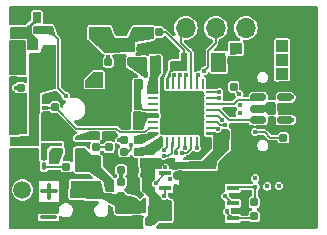
<source format=gbr>
%TF.GenerationSoftware,KiCad,Pcbnew,8.0.5*%
%TF.CreationDate,2024-10-05T23:36:15+02:00*%
%TF.ProjectId,projet s6,70726f6a-6574-4207-9336-2e6b69636164,rev?*%
%TF.SameCoordinates,Original*%
%TF.FileFunction,Copper,L1,Top*%
%TF.FilePolarity,Positive*%
%FSLAX46Y46*%
G04 Gerber Fmt 4.6, Leading zero omitted, Abs format (unit mm)*
G04 Created by KiCad (PCBNEW 8.0.5) date 2024-10-05 23:36:15*
%MOMM*%
%LPD*%
G01*
G04 APERTURE LIST*
G04 Aperture macros list*
%AMRoundRect*
0 Rectangle with rounded corners*
0 $1 Rounding radius*
0 $2 $3 $4 $5 $6 $7 $8 $9 X,Y pos of 4 corners*
0 Add a 4 corners polygon primitive as box body*
4,1,4,$2,$3,$4,$5,$6,$7,$8,$9,$2,$3,0*
0 Add four circle primitives for the rounded corners*
1,1,$1+$1,$2,$3*
1,1,$1+$1,$4,$5*
1,1,$1+$1,$6,$7*
1,1,$1+$1,$8,$9*
0 Add four rect primitives between the rounded corners*
20,1,$1+$1,$2,$3,$4,$5,0*
20,1,$1+$1,$4,$5,$6,$7,0*
20,1,$1+$1,$6,$7,$8,$9,0*
20,1,$1+$1,$8,$9,$2,$3,0*%
%AMRotRect*
0 Rectangle, with rotation*
0 The origin of the aperture is its center*
0 $1 length*
0 $2 width*
0 $3 Rotation angle, in degrees counterclockwise*
0 Add horizontal line*
21,1,$1,$2,0,0,$3*%
%AMOutline4P*
0 Free polygon, 4 corners , with rotation*
0 The origin of the aperture is its center*
0 number of corners: always 4*
0 $1 to $8 corner X, Y*
0 $9 Rotation angle, in degrees counterclockwise*
0 create outline with 4 corners*
4,1,4,$1,$2,$3,$4,$5,$6,$7,$8,$1,$2,$9*%
%AMOutline5P*
0 Free polygon, 5 corners , with rotation*
0 The origin of the aperture is its center*
0 number of corners: always 5*
0 $1 to $10 corner X, Y*
0 $11 Rotation angle, in degrees counterclockwise*
0 create outline with 5 corners*
4,1,5,$1,$2,$3,$4,$5,$6,$7,$8,$9,$10,$1,$2,$11*%
%AMOutline6P*
0 Free polygon, 6 corners , with rotation*
0 The origin of the aperture is its center*
0 number of corners: always 6*
0 $1 to $12 corner X, Y*
0 $13 Rotation angle, in degrees counterclockwise*
0 create outline with 6 corners*
4,1,6,$1,$2,$3,$4,$5,$6,$7,$8,$9,$10,$11,$12,$1,$2,$13*%
%AMOutline7P*
0 Free polygon, 7 corners , with rotation*
0 The origin of the aperture is its center*
0 number of corners: always 7*
0 $1 to $14 corner X, Y*
0 $15 Rotation angle, in degrees counterclockwise*
0 create outline with 7 corners*
4,1,7,$1,$2,$3,$4,$5,$6,$7,$8,$9,$10,$11,$12,$13,$14,$1,$2,$15*%
%AMOutline8P*
0 Free polygon, 8 corners , with rotation*
0 The origin of the aperture is its center*
0 number of corners: always 8*
0 $1 to $16 corner X, Y*
0 $17 Rotation angle, in degrees counterclockwise*
0 create outline with 8 corners*
4,1,8,$1,$2,$3,$4,$5,$6,$7,$8,$9,$10,$11,$12,$13,$14,$15,$16,$1,$2,$17*%
G04 Aperture macros list end*
%ADD10C,0.300000*%
%TA.AperFunction,NonConductor*%
%ADD11C,0.300000*%
%TD*%
%TA.AperFunction,ComponentPad*%
%ADD12C,1.500000*%
%TD*%
%TA.AperFunction,ComponentPad*%
%ADD13O,1.800000X1.000000*%
%TD*%
%TA.AperFunction,ComponentPad*%
%ADD14O,2.100000X1.000000*%
%TD*%
%TA.AperFunction,SMDPad,CuDef*%
%ADD15Outline5P,-0.207500X0.150000X0.207500X0.150000X0.207500X0.000000X0.057500X-0.150000X-0.207500X-0.150000X270.000000*%
%TD*%
%TA.AperFunction,SMDPad,CuDef*%
%ADD16Outline5P,-0.207500X0.150000X0.057500X0.150000X0.207500X0.000000X0.207500X-0.150000X-0.207500X-0.150000X270.000000*%
%TD*%
%TA.AperFunction,SMDPad,CuDef*%
%ADD17RotRect,0.500000X0.500000X315.000000*%
%TD*%
%TA.AperFunction,SMDPad,CuDef*%
%ADD18Outline5P,-0.207500X0.000000X-0.057500X0.150000X0.207500X0.150000X0.207500X-0.150000X-0.207500X-0.150000X270.000000*%
%TD*%
%TA.AperFunction,SMDPad,CuDef*%
%ADD19Outline5P,-0.207500X0.150000X0.207500X0.150000X0.207500X-0.150000X-0.057500X-0.150000X-0.207500X0.000000X270.000000*%
%TD*%
%TA.AperFunction,SMDPad,CuDef*%
%ADD20RoundRect,0.155000X-0.155000X0.212500X-0.155000X-0.212500X0.155000X-0.212500X0.155000X0.212500X0*%
%TD*%
%TA.AperFunction,SMDPad,CuDef*%
%ADD21RoundRect,0.160000X0.197500X0.160000X-0.197500X0.160000X-0.197500X-0.160000X0.197500X-0.160000X0*%
%TD*%
%TA.AperFunction,SMDPad,CuDef*%
%ADD22RoundRect,0.062500X-0.375000X-0.062500X0.375000X-0.062500X0.375000X0.062500X-0.375000X0.062500X0*%
%TD*%
%TA.AperFunction,SMDPad,CuDef*%
%ADD23RoundRect,0.062500X-0.062500X-0.375000X0.062500X-0.375000X0.062500X0.375000X-0.062500X0.375000X0*%
%TD*%
%TA.AperFunction,HeatsinkPad*%
%ADD24R,3.450000X3.450000*%
%TD*%
%TA.AperFunction,SMDPad,CuDef*%
%ADD25RoundRect,0.155000X0.212500X0.155000X-0.212500X0.155000X-0.212500X-0.155000X0.212500X-0.155000X0*%
%TD*%
%TA.AperFunction,SMDPad,CuDef*%
%ADD26RoundRect,0.160000X-0.197500X-0.160000X0.197500X-0.160000X0.197500X0.160000X-0.197500X0.160000X0*%
%TD*%
%TA.AperFunction,SMDPad,CuDef*%
%ADD27RoundRect,0.160000X0.160000X-0.197500X0.160000X0.197500X-0.160000X0.197500X-0.160000X-0.197500X0*%
%TD*%
%TA.AperFunction,SMDPad,CuDef*%
%ADD28RoundRect,0.150000X0.512500X0.150000X-0.512500X0.150000X-0.512500X-0.150000X0.512500X-0.150000X0*%
%TD*%
%TA.AperFunction,SMDPad,CuDef*%
%ADD29RoundRect,0.100000X-0.100000X0.217500X-0.100000X-0.217500X0.100000X-0.217500X0.100000X0.217500X0*%
%TD*%
%TA.AperFunction,SMDPad,CuDef*%
%ADD30RoundRect,0.155000X0.155000X-0.212500X0.155000X0.212500X-0.155000X0.212500X-0.155000X-0.212500X0*%
%TD*%
%TA.AperFunction,SMDPad,CuDef*%
%ADD31R,0.550000X1.500000*%
%TD*%
%TA.AperFunction,SMDPad,CuDef*%
%ADD32RoundRect,0.155000X-0.212500X-0.155000X0.212500X-0.155000X0.212500X0.155000X-0.212500X0.155000X0*%
%TD*%
%TA.AperFunction,SMDPad,CuDef*%
%ADD33R,0.799999X0.250000*%
%TD*%
%TA.AperFunction,SMDPad,CuDef*%
%ADD34R,0.610000X1.420000*%
%TD*%
%TA.AperFunction,SMDPad,CuDef*%
%ADD35RoundRect,0.160000X-0.160000X0.197500X-0.160000X-0.197500X0.160000X-0.197500X0.160000X0.197500X0*%
%TD*%
%TA.AperFunction,SMDPad,CuDef*%
%ADD36R,1.050000X0.450000*%
%TD*%
%TA.AperFunction,SMDPad,CuDef*%
%ADD37R,3.450000X4.350000*%
%TD*%
%TA.AperFunction,SMDPad,CuDef*%
%ADD38Outline5P,-0.650000X0.750000X0.650000X0.750000X0.650000X-0.750000X0.000000X-0.750000X-0.650000X-0.100000X270.000000*%
%TD*%
%TA.AperFunction,SMDPad,CuDef*%
%ADD39R,1.100000X3.600000*%
%TD*%
%TA.AperFunction,SMDPad,CuDef*%
%ADD40R,0.500000X0.350000*%
%TD*%
%TA.AperFunction,SMDPad,CuDef*%
%ADD41R,0.340000X0.330000*%
%TD*%
%TA.AperFunction,SMDPad,CuDef*%
%ADD42Outline4P,-0.450000X-0.220000X0.450000X-0.220000X0.450000X0.220000X-0.450000X0.220000X90.000000*%
%TD*%
%TA.AperFunction,ComponentPad*%
%ADD43R,1.700000X1.700000*%
%TD*%
%TA.AperFunction,ComponentPad*%
%ADD44O,1.700000X1.700000*%
%TD*%
%TA.AperFunction,ComponentPad*%
%ADD45R,1.650000X1.050000*%
%TD*%
%TA.AperFunction,ViaPad*%
%ADD46C,0.400000*%
%TD*%
%TA.AperFunction,Conductor*%
%ADD47C,0.150000*%
%TD*%
%TA.AperFunction,Conductor*%
%ADD48C,0.200000*%
%TD*%
G04 APERTURE END LIST*
D10*
D11*
X184284510Y-80809400D02*
X185427368Y-80809400D01*
X184855939Y-81380828D02*
X184855939Y-80237971D01*
D10*
D11*
X184244510Y-83009400D02*
X185387368Y-83009400D01*
D12*
%TO.P,TP1,1,1*%
%TO.N,GND*%
X182580000Y-82870000D03*
%TD*%
%TO.P,TP5,1,1*%
%TO.N,BAT+*%
X182610000Y-80680000D03*
%TD*%
D13*
%TO.P,J1,S1,SHIELD*%
%TO.N,GND*%
X206645000Y-69710000D03*
D14*
X202465000Y-69710000D03*
D13*
X206645000Y-78350000D03*
D14*
X202465000Y-78350000D03*
%TD*%
D15*
%TO.P,U3,1,VOUT*%
%TO.N,+3.3V*%
X192935000Y-80742500D03*
D16*
%TO.P,U3,2,GND*%
%TO.N,GND*%
X192225000Y-80742500D03*
D17*
X192580000Y-81135000D03*
D18*
%TO.P,U3,3,EN*%
%TO.N,vbat*%
X192225000Y-81527500D03*
D19*
%TO.P,U3,4,VIN*%
X192935000Y-81527500D03*
%TD*%
D20*
%TO.P,C14,1*%
%TO.N,vbat*%
X190980000Y-82302500D03*
%TO.P,C14,2*%
%TO.N,GND*%
X190980000Y-83437500D03*
%TD*%
D21*
%TO.P,R1,1*%
%TO.N,GND*%
X190017500Y-76000000D03*
%TO.P,R1,2*%
%TO.N,Net-(U2-PROG)*%
X188822500Y-76000000D03*
%TD*%
D22*
%TO.P,U1,1,VDD*%
%TO.N,+3.3V*%
X193692500Y-72410000D03*
%TO.P,U1,2,PC14*%
%TO.N,OSC32_IN*%
X193692500Y-72910000D03*
%TO.P,U1,3,PC15*%
%TO.N,OSC32_OUT*%
X193692500Y-73410000D03*
%TO.P,U1,4,NRST*%
%TO.N,Net-(U1-NRST)*%
X193692500Y-73910000D03*
%TO.P,U1,5,VDDA*%
%TO.N,+3.3V*%
X193692500Y-74410000D03*
%TO.P,U1,6,PA0*%
%TO.N,unconnected-(U1-PA0-Pad6)*%
X193692500Y-74910000D03*
%TO.P,U1,7,PA1*%
%TO.N,ALIMGPS*%
X193692500Y-75410000D03*
%TO.P,U1,8,PA2*%
%TO.N,GPSRX*%
X193692500Y-75910000D03*
D23*
%TO.P,U1,9,PA3*%
%TO.N,GPSTX*%
X194380000Y-76597500D03*
%TO.P,U1,10,PA4*%
%TO.N,Net-(U1-PA4)*%
X194880000Y-76597500D03*
%TO.P,U1,11,PA5*%
%TO.N,SPI_SCK*%
X195380000Y-76597500D03*
%TO.P,U1,12,PA6*%
%TO.N,SPI_MISO*%
X195880000Y-76597500D03*
%TO.P,U1,13,PA7*%
%TO.N,OLED_SCL*%
X196380000Y-76597500D03*
%TO.P,U1,14,PB0*%
%TO.N,SPI_CS*%
X196880000Y-76597500D03*
%TO.P,U1,15,PB1*%
%TO.N,B2*%
X197380000Y-76597500D03*
%TO.P,U1,16,VSS*%
%TO.N,GND*%
X197880000Y-76597500D03*
D22*
%TO.P,U1,17,VDD*%
%TO.N,+3.3V*%
X198567500Y-75910000D03*
%TO.P,U1,18,PA8*%
%TO.N,B1*%
X198567500Y-75410000D03*
%TO.P,U1,19,PA9*%
%TO.N,COMPASSCL*%
X198567500Y-74910000D03*
%TO.P,U1,20,PA10*%
%TO.N,COMPASSDA*%
X198567500Y-74410000D03*
%TO.P,U1,21,PA11*%
%TO.N,D-*%
X198567500Y-73910000D03*
%TO.P,U1,22,PA12*%
%TO.N,D+*%
X198567500Y-73410000D03*
%TO.P,U1,23,PA13*%
%TO.N,SWDIO*%
X198567500Y-72910000D03*
%TO.P,U1,24,PA14*%
%TO.N,SWCLK*%
X198567500Y-72410000D03*
D23*
%TO.P,U1,25,PA15*%
%TO.N,unconnected-(U1-PA15-Pad25)*%
X197880000Y-71722500D03*
%TO.P,U1,26,PB3*%
%TO.N,SWO*%
X197380000Y-71722500D03*
%TO.P,U1,27,PB4*%
%TO.N,OLED_SDA*%
X196880000Y-71722500D03*
%TO.P,U1,28,PB5*%
%TO.N,SPI_MOSi*%
X196380000Y-71722500D03*
%TO.P,U1,29,PB6*%
%TO.N,USART_TX*%
X195880000Y-71722500D03*
%TO.P,U1,30,PB7*%
%TO.N,USART_RX*%
X195380000Y-71722500D03*
%TO.P,U1,31,PH3*%
%TO.N,Net-(U1-PH3)*%
X194880000Y-71722500D03*
%TO.P,U1,32,VSS*%
%TO.N,GND*%
X194380000Y-71722500D03*
D24*
%TO.P,U1,33,VSS*%
X196130000Y-74160000D03*
%TD*%
D25*
%TO.P,C3,1*%
%TO.N,GND*%
X200917500Y-75890000D03*
%TO.P,C3,2*%
%TO.N,+3.3V*%
X199782500Y-75890000D03*
%TD*%
%TO.P,C13,1*%
%TO.N,+3.3V*%
X193367500Y-83370000D03*
%TO.P,C13,2*%
%TO.N,GND*%
X192232500Y-83370000D03*
%TD*%
D26*
%TO.P,R4,1*%
%TO.N,Net-(J1-CC2)*%
X204712500Y-76250000D03*
%TO.P,R4,2*%
%TO.N,GND*%
X205907500Y-76250000D03*
%TD*%
D27*
%TO.P,R15,1*%
%TO.N,Net-(U1-PH3)*%
X194180000Y-67317500D03*
%TO.P,R15,2*%
%TO.N,GND*%
X194180000Y-66122500D03*
%TD*%
D21*
%TO.P,R7,1*%
%TO.N,GPSTX*%
X192430000Y-77450000D03*
%TO.P,R7,2*%
%TO.N,Net-(PA1010D1-TX)*%
X191235000Y-77450000D03*
%TD*%
D25*
%TO.P,C15,1*%
%TO.N,+3.3V*%
X193167500Y-79960000D03*
%TO.P,C15,2*%
%TO.N,GND*%
X192032500Y-79960000D03*
%TD*%
D28*
%TO.P,U4,1,I/O1*%
%TO.N,Net-(J1-D--PadA7)*%
X204867500Y-74750000D03*
%TO.P,U4,2,GND*%
%TO.N,GND*%
X204867500Y-73800000D03*
%TO.P,U4,3,I/O2*%
%TO.N,Net-(J1-D+-PadA6)*%
X204867500Y-72850000D03*
%TO.P,U4,4,I/O2*%
%TO.N,D+*%
X202592500Y-72850000D03*
%TO.P,U4,5,VBUS*%
%TO.N,vusb*%
X202592500Y-73800000D03*
%TO.P,U4,6,I/O1*%
%TO.N,D-*%
X202592500Y-74750000D03*
%TD*%
D27*
%TO.P,R8,1*%
%TO.N,SPI_CS*%
X202260000Y-82917500D03*
%TO.P,R8,2*%
%TO.N,+3.3V*%
X202260000Y-81722500D03*
%TD*%
D26*
%TO.P,R9,1*%
%TO.N,Net-(U1-PA4)*%
X190972500Y-79000000D03*
%TO.P,R9,2*%
%TO.N,GND*%
X192167500Y-79000000D03*
%TD*%
D29*
%TO.P,D1,1,K*%
%TO.N,Net-(D1-K)*%
X184430000Y-77872500D03*
%TO.P,D1,2,A*%
%TO.N,Net-(D1-A)*%
X184430000Y-78687500D03*
%TD*%
D30*
%TO.P,C1,1*%
%TO.N,vusb*%
X188830000Y-78217500D03*
%TO.P,C1,2*%
%TO.N,Net-(C1-Pad2)*%
X188830000Y-77082500D03*
%TD*%
D26*
%TO.P,R6,1*%
%TO.N,Net-(PA1010D1-RX)*%
X191205000Y-76440000D03*
%TO.P,R6,2*%
%TO.N,GPSRX*%
X192400000Y-76440000D03*
%TD*%
D30*
%TO.P,C16,1*%
%TO.N,B1*%
X192840000Y-69817500D03*
%TO.P,C16,2*%
%TO.N,GND*%
X192840000Y-68682500D03*
%TD*%
D27*
%TO.P,R16,1*%
%TO.N,vbat*%
X190990000Y-81227500D03*
%TO.P,R16,2*%
%TO.N,Net-(U1-PA4)*%
X190990000Y-80032500D03*
%TD*%
D31*
%TO.P,SW7,1,1*%
%TO.N,Net-(U1-PH3)*%
X196290000Y-69855000D03*
%TO.P,SW7,2,2*%
%TO.N,+3.3V*%
X199540000Y-69855000D03*
%TD*%
D32*
%TO.P,C9,1*%
%TO.N,+3.3V*%
X182472500Y-70560000D03*
%TO.P,C9,2*%
%TO.N,GNDGPS*%
X183607500Y-70560000D03*
%TD*%
%TO.P,C10,1*%
%TO.N,Net-(BT1-+)*%
X182462500Y-72040000D03*
%TO.P,C10,2*%
%TO.N,GNDGPS*%
X183597500Y-72040000D03*
%TD*%
D27*
%TO.P,R5,1*%
%TO.N,Net-(J1-CC1)*%
X200490000Y-71937500D03*
%TO.P,R5,2*%
%TO.N,GND*%
X200490000Y-70742500D03*
%TD*%
D33*
%TO.P,U2,1,GND*%
%TO.N,GND*%
X185579999Y-76300001D03*
%TO.P,U2,2,\u002ACHRG*%
%TO.N,Net-(D1-K)*%
X185579999Y-76800000D03*
%TO.P,U2,3,BAT*%
%TO.N,BAT+*%
X185579999Y-77299999D03*
%TO.P,U2,4,VCC*%
%TO.N,vusb*%
X187480001Y-77299999D03*
%TO.P,U2,5,\u002AEN/\u002AACPR*%
%TO.N,GND*%
X187480001Y-76800000D03*
%TO.P,U2,6,PROG*%
%TO.N,Net-(U2-PROG)*%
X187480001Y-76300001D03*
D34*
%TO.P,U2,7,S*%
%TO.N,GND*%
X186530000Y-76800000D03*
%TD*%
D26*
%TO.P,R13,1*%
%TO.N,+3.3V*%
X182412500Y-68460000D03*
%TO.P,R13,2*%
%TO.N,Net-(R10-Pad1)*%
X183607500Y-68460000D03*
%TD*%
D35*
%TO.P,R10,1*%
%TO.N,Net-(R10-Pad1)*%
X183860000Y-65942500D03*
%TO.P,R10,2*%
%TO.N,B2*%
X183860000Y-67137500D03*
%TD*%
%TO.P,R2,1*%
%TO.N,Net-(C1-Pad2)*%
X189940000Y-77072500D03*
%TO.P,R2,2*%
%TO.N,GND*%
X189940000Y-78267500D03*
%TD*%
D21*
%TO.P,R3,1*%
%TO.N,vusb*%
X187537500Y-78730000D03*
%TO.P,R3,2*%
%TO.N,Net-(D1-A)*%
X186342500Y-78730000D03*
%TD*%
D36*
%TO.P,IC1,1,~{CS}*%
%TO.N,SPI_CS*%
X200420000Y-83082500D03*
%TO.P,IC1,2,DO_(IO1)*%
%TO.N,SPI_MISO*%
X200420000Y-81812500D03*
%TO.P,IC1,3,~{WP_(IO2)}*%
%TO.N,+3.3V*%
X200420000Y-80542500D03*
%TO.P,IC1,4,GND*%
%TO.N,GND*%
X200420000Y-79272500D03*
%TO.P,IC1,5,DI_(IO0)*%
%TO.N,SPI_MOSi*%
X194720000Y-79272500D03*
%TO.P,IC1,6,CLK*%
%TO.N,SPI_SCK*%
X194720000Y-80542500D03*
%TO.P,IC1,7,~{HOLD_OR_RESET_(IO3)}*%
%TO.N,+3.3V*%
X194720000Y-81812500D03*
%TO.P,IC1,8,VCC*%
X194720000Y-83082500D03*
D37*
%TO.P,IC1,9,EP*%
%TO.N,GND*%
X197570000Y-81177500D03*
%TD*%
D38*
%TO.P,BT1,1,+*%
%TO.N,Net-(BT1-+)*%
X188700000Y-71370000D03*
D39*
%TO.P,BT1,2,-*%
%TO.N,GNDGPS*%
X184910000Y-70220000D03*
%TD*%
D35*
%TO.P,R11,1*%
%TO.N,Net-(R11-Pad1)*%
X191820000Y-68642500D03*
%TO.P,R11,2*%
%TO.N,B1*%
X191820000Y-69837500D03*
%TD*%
D25*
%TO.P,C4,1*%
%TO.N,GND*%
X200917500Y-76840000D03*
%TO.P,C4,2*%
%TO.N,+3.3V*%
X199782500Y-76840000D03*
%TD*%
D35*
%TO.P,R14,1*%
%TO.N,ALIMGPS*%
X185360000Y-73662500D03*
%TO.P,R14,2*%
%TO.N,GND*%
X185360000Y-74857500D03*
%TD*%
D27*
%TO.P,R12,1*%
%TO.N,+3.3V*%
X189890000Y-69847500D03*
%TO.P,R12,2*%
%TO.N,Net-(R11-Pad1)*%
X189890000Y-68652500D03*
%TD*%
D32*
%TO.P,C2,1*%
%TO.N,GND*%
X191225000Y-74350000D03*
%TO.P,C2,2*%
%TO.N,+3.3V*%
X192360000Y-74350000D03*
%TD*%
D30*
%TO.P,C17,1*%
%TO.N,B2*%
X184840000Y-67117500D03*
%TO.P,C17,2*%
%TO.N,GND*%
X184840000Y-65982500D03*
%TD*%
D20*
%TO.P,C6,1*%
%TO.N,GND*%
X193930000Y-68622500D03*
%TO.P,C6,2*%
%TO.N,+3.3V*%
X193930000Y-69757500D03*
%TD*%
D40*
%TO.P,Q1,1,G*%
%TO.N,ALIMGPS*%
X184547500Y-73712500D03*
%TO.P,Q1,2,S*%
%TO.N,GND*%
X184547500Y-73062500D03*
D41*
%TO.P,Q1,3,D*%
%TO.N,GNDGPS*%
X183467500Y-73387500D03*
D42*
X183857500Y-73387500D03*
%TD*%
D32*
%TO.P,C5,1*%
%TO.N,GND*%
X191232500Y-75310000D03*
%TO.P,C5,2*%
%TO.N,+3.3V*%
X192367500Y-75310000D03*
%TD*%
%TO.P,C7,1*%
%TO.N,GND*%
X191272500Y-71640000D03*
%TO.P,C7,2*%
%TO.N,Net-(U1-NRST)*%
X192407500Y-71640000D03*
%TD*%
D31*
%TO.P,SW5,1,1*%
%TO.N,GND*%
X189130000Y-72985000D03*
%TO.P,SW5,2,2*%
%TO.N,Net-(U1-NRST)*%
X192380000Y-72985000D03*
%TD*%
D32*
%TO.P,C8,1*%
%TO.N,+3.3V*%
X182452500Y-69460000D03*
%TO.P,C8,2*%
%TO.N,GNDGPS*%
X183587500Y-69460000D03*
%TD*%
D20*
%TO.P,C18,1*%
%TO.N,GND*%
X195430000Y-69002500D03*
%TO.P,C18,2*%
%TO.N,Net-(U1-PH3)*%
X195430000Y-70137500D03*
%TD*%
D43*
%TO.P,J2,1,Pin_1*%
%TO.N,GND*%
X204070000Y-66970000D03*
D44*
%TO.P,J2,2,Pin_2*%
%TO.N,+3.3V*%
X201530000Y-66970000D03*
%TO.P,J2,3,Pin_3*%
%TO.N,OLED_SCL*%
X198990000Y-66970000D03*
%TO.P,J2,4,Pin_4*%
%TO.N,OLED_SDA*%
X196450000Y-66970000D03*
%TD*%
D45*
%TO.P,SW1,1,1*%
%TO.N,GND*%
X189070000Y-65930000D03*
X192920000Y-65930000D03*
%TD*%
%TO.P,SW2,1,1*%
%TO.N,GND*%
X182415000Y-65935000D03*
X186265000Y-65935000D03*
%TD*%
D46*
%TO.N,+3.3V*%
X193850000Y-71540000D03*
X193870000Y-71980000D03*
X202340000Y-80420000D03*
X199560000Y-69930000D03*
X193200000Y-74420000D03*
X199210000Y-77140000D03*
X181690000Y-68400000D03*
X202330000Y-79700000D03*
X192790000Y-78230000D03*
X198880000Y-69920000D03*
X189890000Y-69460000D03*
X192700000Y-74420000D03*
X199210000Y-69490000D03*
X182220000Y-70510000D03*
X181720000Y-70510000D03*
X192810000Y-74900000D03*
X192850000Y-78680000D03*
X193265953Y-78660289D03*
X181710000Y-69920000D03*
X181710000Y-68900000D03*
X193520000Y-80710000D03*
X193450000Y-71980000D03*
X194190000Y-70450000D03*
X192760000Y-75340000D03*
X193260000Y-78240000D03*
X193710000Y-70460000D03*
%TO.N,Net-(U1-NRST)*%
X200670000Y-68920001D03*
X200670000Y-68419998D03*
X192540000Y-73610000D03*
%TO.N,GNDGPS*%
X182510000Y-76570000D03*
X181810000Y-76570000D03*
%TO.N,Net-(BT1-+)*%
X182100000Y-72020000D03*
X188706280Y-71250688D03*
X188680000Y-71750000D03*
%TO.N,COMPASSCL*%
X199779999Y-75200000D03*
X203340000Y-80380000D03*
%TO.N,COMPASSDA*%
X199492500Y-74737500D03*
X204330000Y-80350000D03*
%TO.N,Net-(J1-CC2)*%
X202300000Y-75780000D03*
%TO.N,Net-(J1-CC1)*%
X200980000Y-72560000D03*
%TO.N,OLED_SCL*%
X196380000Y-77150000D03*
X198030000Y-70580000D03*
%TO.N,Net-(PA1010D1-TX)*%
X191820000Y-76920000D03*
%TO.N,Net-(PA1010D1-RX)*%
X190830000Y-76460000D03*
%TO.N,B2*%
X197380000Y-77140000D03*
X186270000Y-72710000D03*
%TO.N,B1*%
X199161278Y-75529673D03*
X192750000Y-70670000D03*
%TO.N,vusb*%
X190040000Y-80650000D03*
X190020000Y-80180000D03*
X203740000Y-73570000D03*
X203750000Y-74020000D03*
%TO.N,SWDIO*%
X199280000Y-72910000D03*
X204600000Y-70970000D03*
X204590000Y-70550000D03*
%TO.N,SWO*%
X204610000Y-68710000D03*
X197510000Y-70970000D03*
X204600000Y-68260000D03*
%TO.N,SWCLK*%
X204580000Y-69830000D03*
X204590000Y-69400000D03*
X199270000Y-72410000D03*
%TO.N,SPI_CS*%
X199950000Y-82500000D03*
X196135697Y-77586255D03*
%TO.N,SPI_MISO*%
X199770000Y-81200000D03*
X195635746Y-77579078D03*
%TO.N,USART_RX*%
X195460000Y-70930000D03*
X195099999Y-79797502D03*
%TO.N,vbat*%
X187040000Y-80180000D03*
X187900000Y-80180000D03*
X187040000Y-80650000D03*
X187040000Y-81160000D03*
X187930000Y-81110000D03*
X187910000Y-80650000D03*
%TO.N,Net-(U1-PA4)*%
X190980000Y-79500000D03*
X194630000Y-77320000D03*
%TO.N,GND*%
X197690000Y-66930000D03*
X189670000Y-74020000D03*
X186720000Y-78050000D03*
X189670000Y-75020000D03*
X181810000Y-79710000D03*
X188590000Y-73100000D03*
X200270000Y-66260000D03*
X201390000Y-65470000D03*
X192130000Y-79020000D03*
X201030000Y-82480000D03*
X196340000Y-81910000D03*
X186310000Y-80110000D03*
X189790000Y-83640000D03*
X184610000Y-76250000D03*
X206990000Y-83240000D03*
X195640000Y-73670000D03*
X182800000Y-78920000D03*
X200030000Y-78610000D03*
X194070000Y-68020000D03*
X181770000Y-75770000D03*
X182780000Y-72890000D03*
X197390000Y-65470000D03*
X181780000Y-74290000D03*
X204620000Y-71920000D03*
X204040000Y-76820000D03*
X181790000Y-81640000D03*
X200580000Y-81180000D03*
X207390000Y-83640000D03*
X201330000Y-79720000D03*
X198360000Y-83700000D03*
X207390000Y-80940000D03*
X205590000Y-83640000D03*
X191620000Y-73570000D03*
X206090000Y-74640000D03*
X204790000Y-78550000D03*
X194650000Y-75650000D03*
X189390000Y-77540000D03*
X186310000Y-80970000D03*
X197620000Y-73670000D03*
X207390000Y-81840000D03*
X206200000Y-67480000D03*
X181720000Y-66350000D03*
X207390000Y-67500000D03*
X185600000Y-72760000D03*
X184790000Y-83640000D03*
X198450000Y-71920000D03*
X183790000Y-83640000D03*
X206310000Y-82020000D03*
X203680000Y-71060000D03*
X185100000Y-82200000D03*
X190390000Y-65470000D03*
X195640000Y-74660000D03*
X184620000Y-74300000D03*
X188490000Y-68760000D03*
X204790000Y-77640000D03*
X207390000Y-66440000D03*
X203030000Y-75370000D03*
X198450000Y-71430000D03*
X186790000Y-83640000D03*
X190430000Y-79510000D03*
X207390000Y-82740000D03*
X182780000Y-74290000D03*
X206230000Y-66420000D03*
X207390000Y-76640000D03*
X197860000Y-68680000D03*
X196630000Y-75650000D03*
X195390000Y-65470000D03*
X206070000Y-73640000D03*
X185390000Y-65470000D03*
X198450000Y-82020000D03*
X197460000Y-81900000D03*
X202820000Y-79160000D03*
X187790000Y-82040000D03*
X198380000Y-76540000D03*
X186720000Y-72330000D03*
X194650000Y-73670000D03*
X206490000Y-83640000D03*
X183780000Y-77410000D03*
X197620000Y-74660000D03*
X201200000Y-83700000D03*
X195990000Y-79160000D03*
X182780000Y-73590000D03*
X201350000Y-81980000D03*
X185750000Y-79510000D03*
X195640000Y-75650000D03*
X184610000Y-75250000D03*
X187640000Y-67370000D03*
X206070000Y-77640000D03*
X186100000Y-71510000D03*
X184960000Y-79480000D03*
X197280000Y-70470000D03*
X183780000Y-78070000D03*
X194650000Y-74660000D03*
X196970000Y-77820000D03*
X199530000Y-68130000D03*
X189820000Y-73110000D03*
X181800000Y-78920000D03*
X187530000Y-71500000D03*
X187960000Y-73110000D03*
X191720000Y-83660000D03*
X204590000Y-75500000D03*
X192390000Y-65470000D03*
X196630000Y-74660000D03*
X187540000Y-71030000D03*
X194730000Y-67970000D03*
X189830000Y-72180000D03*
X197630000Y-77720000D03*
X197450000Y-82770000D03*
X206990000Y-82030000D03*
X190420000Y-75020000D03*
X206070000Y-75640000D03*
X189390000Y-76600000D03*
X207400000Y-68450000D03*
X206390000Y-65470000D03*
X181830000Y-71310000D03*
X197220000Y-68690000D03*
X188170000Y-74020000D03*
X191470711Y-67074977D03*
X190600000Y-78340000D03*
X203790000Y-83640000D03*
X188440000Y-72330000D03*
X198470000Y-83260000D03*
X184460000Y-65460000D03*
X182770000Y-75770000D03*
X207390000Y-65470000D03*
X186250000Y-78050000D03*
X190900000Y-72200000D03*
X198800000Y-82630000D03*
X198390000Y-65470000D03*
X204690000Y-83640000D03*
X185040000Y-72750000D03*
X192610000Y-83640000D03*
X188170000Y-76830000D03*
X197620000Y-72680000D03*
X191390000Y-65470000D03*
X206090000Y-72650000D03*
X202790000Y-67500000D03*
X205320000Y-80105000D03*
X192440000Y-68750000D03*
X190890000Y-70690000D03*
X185790000Y-83640000D03*
X199690000Y-71430000D03*
X195320000Y-83690000D03*
X186080000Y-68780000D03*
X182780000Y-77410000D03*
X182830000Y-71310000D03*
X187800000Y-82780000D03*
X200390000Y-65470000D03*
X187350000Y-79510000D03*
X207390000Y-74640000D03*
X188150000Y-79510000D03*
X187880000Y-68200000D03*
X187880000Y-68780000D03*
X200270000Y-66810000D03*
X188920000Y-74020000D03*
X194390000Y-65470000D03*
X196340000Y-82780000D03*
X198190000Y-77220000D03*
X195140000Y-66200000D03*
X203390000Y-65470000D03*
X194450425Y-68786961D03*
X195640000Y-72680000D03*
X207390000Y-72640000D03*
X187280000Y-68200000D03*
X194390000Y-83690000D03*
X199070000Y-71430000D03*
X190590000Y-76990000D03*
X191620000Y-73110000D03*
X196390000Y-65470000D03*
X199170000Y-83240000D03*
X191000000Y-67380000D03*
X188790000Y-83640000D03*
X207390000Y-71640000D03*
X199040000Y-71920000D03*
X188920000Y-75020000D03*
X206150000Y-68460000D03*
X189830000Y-70680000D03*
X190100000Y-78930000D03*
X207390000Y-77640000D03*
X195150000Y-66930000D03*
X202840000Y-72250000D03*
X186100000Y-71070000D03*
X181780000Y-73590000D03*
X188170000Y-75020000D03*
X190570000Y-77710000D03*
X202890000Y-83640000D03*
X181780000Y-77410000D03*
X198460000Y-68130000D03*
X201020000Y-77680000D03*
X196670000Y-68190000D03*
X206620000Y-82630000D03*
X199360000Y-83690000D03*
X196630000Y-73670000D03*
X186680000Y-68230000D03*
X200430000Y-79820000D03*
X196330000Y-83690000D03*
X204390000Y-65470000D03*
X190790000Y-83640000D03*
X199390000Y-65470000D03*
X197700000Y-66230000D03*
X207390000Y-79140000D03*
X207390000Y-80040000D03*
X195020000Y-68360000D03*
X191800000Y-71200000D03*
X186860000Y-75830000D03*
X186080000Y-68230000D03*
X193410000Y-68570000D03*
X206040000Y-71710000D03*
X190546733Y-67077157D03*
X187660000Y-66420000D03*
X199140000Y-82000000D03*
X199340000Y-79230000D03*
X181790000Y-83640000D03*
X207390000Y-73640000D03*
X187790000Y-83640000D03*
X181780000Y-72890000D03*
X196630000Y-72680000D03*
X200260000Y-83700000D03*
X202030000Y-83680000D03*
X187390000Y-65470000D03*
X201470000Y-81040000D03*
X190420000Y-74020000D03*
X183040000Y-65490000D03*
X200420000Y-73980000D03*
X202800000Y-66250000D03*
X199800000Y-73810000D03*
X185560000Y-75810000D03*
X205390000Y-65470000D03*
X197420000Y-83690000D03*
X181730000Y-65490000D03*
X202390000Y-65470000D03*
X183820000Y-82220000D03*
X199160000Y-68730000D03*
X207390000Y-75640000D03*
%TO.N,BAT+*%
X185590000Y-77670000D03*
X185090000Y-77670000D03*
X185560000Y-78190000D03*
X185080000Y-78184280D03*
%TO.N,SPI_SCK*%
X194610000Y-81210000D03*
X194575000Y-77840000D03*
%TO.N,Net-(R10-Pad1)*%
X181820000Y-67070000D03*
X182980000Y-67670000D03*
X182980000Y-67070000D03*
X181830000Y-67650000D03*
%TO.N,Net-(R11-Pad1)*%
X189670000Y-67650000D03*
X192300000Y-67630000D03*
X193500000Y-67630000D03*
X188470000Y-67050000D03*
X192300000Y-67030000D03*
X193500000Y-67030000D03*
X188470000Y-67650000D03*
X189670000Y-67050000D03*
%TO.N,Net-(J1-D--PadA7)*%
X201010000Y-73480000D03*
X205460000Y-74750000D03*
%TO.N,Net-(J1-D+-PadA6)*%
X201010000Y-74200000D03*
X205440000Y-72830000D03*
%TO.N,SPI_MOSi*%
X196505000Y-70930000D03*
X193900001Y-80130934D03*
%TO.N,USART_TX*%
X195960000Y-70940000D03*
X194726438Y-78747498D03*
%TD*%
D47*
%TO.N,Net-(C1-Pad2)*%
X189940000Y-77072500D02*
X188840000Y-77072500D01*
X188840000Y-77072500D02*
X188830000Y-77082500D01*
D48*
%TO.N,+3.3V*%
X202340000Y-81642500D02*
X202260000Y-81722500D01*
X202340000Y-80420000D02*
X200542500Y-80420000D01*
X202340000Y-80420000D02*
X202340000Y-81642500D01*
X200542500Y-80420000D02*
X200420000Y-80542500D01*
X189890000Y-69460000D02*
X189890000Y-69847500D01*
D47*
%TO.N,Net-(U1-NRST)*%
X192530000Y-73610000D02*
X192380000Y-73460000D01*
X192380000Y-72985000D02*
X192380000Y-73510000D01*
X192540000Y-73610000D02*
X192530000Y-73610000D01*
X192380000Y-73460000D02*
X192380000Y-72985000D01*
X192830000Y-73910000D02*
X193692500Y-73910000D01*
X192540000Y-73620000D02*
X192830000Y-73910000D01*
X192540000Y-73610000D02*
X192540000Y-73620000D01*
%TO.N,Net-(BT1-+)*%
X182120000Y-72040000D02*
X182100000Y-72020000D01*
X182462500Y-72040000D02*
X182120000Y-72040000D01*
%TO.N,Net-(D1-A)*%
X184472500Y-78730000D02*
X184430000Y-78687500D01*
X186342500Y-78730000D02*
X184472500Y-78730000D01*
%TO.N,COMPASSCL*%
X199340000Y-75200000D02*
X199050000Y-74910000D01*
X199779999Y-75200000D02*
X199340000Y-75200000D01*
X199050000Y-74910000D02*
X198567500Y-74910000D01*
%TO.N,COMPASSDA*%
X199492500Y-74737500D02*
X199165000Y-74410000D01*
X199165000Y-74410000D02*
X198567500Y-74410000D01*
%TO.N,Net-(J1-CC2)*%
X203137500Y-75780000D02*
X202300000Y-75780000D01*
X204712500Y-76250000D02*
X203607500Y-76250000D01*
X203607500Y-76250000D02*
X203137500Y-75780000D01*
%TO.N,Net-(J1-CC1)*%
X200490000Y-71937500D02*
X200490000Y-72070000D01*
X200490000Y-72070000D02*
X200980000Y-72560000D01*
%TO.N,OLED_SCL*%
X198990000Y-68260000D02*
X198990000Y-66970000D01*
X198030000Y-70580000D02*
X198350000Y-70260000D01*
X198350000Y-70260000D02*
X198350000Y-68900000D01*
X196380000Y-77150000D02*
X196380000Y-76597500D01*
X198350000Y-68900000D02*
X198990000Y-68260000D01*
%TO.N,OLED_SDA*%
X196880000Y-69040000D02*
X196730000Y-68890000D01*
X196040000Y-68236446D02*
X196040000Y-67380000D01*
X196040000Y-67380000D02*
X196450000Y-66970000D01*
X196693554Y-68890000D02*
X196040000Y-68236446D01*
X196730000Y-68890000D02*
X196693554Y-68890000D01*
X196880000Y-71722500D02*
X196880000Y-69040000D01*
%TO.N,Net-(PA1010D1-TX)*%
X191820000Y-77180000D02*
X191550000Y-77450000D01*
X191550000Y-77450000D02*
X191235000Y-77450000D01*
X191820000Y-76920000D02*
X191820000Y-77180000D01*
%TO.N,ALIMGPS*%
X190574014Y-75490000D02*
X187187500Y-75490000D01*
X193692500Y-75410000D02*
X193417392Y-75410000D01*
X185310000Y-73712500D02*
X185360000Y-73662500D01*
X193417392Y-75410000D02*
X193032392Y-75795000D01*
X184547500Y-73712500D02*
X185310000Y-73712500D01*
X190879014Y-75795000D02*
X190574014Y-75490000D01*
X193032392Y-75795000D02*
X190879014Y-75795000D01*
X187187500Y-75490000D02*
X185360000Y-73662500D01*
%TO.N,B2*%
X185635000Y-72075000D02*
X185635000Y-67912500D01*
X185635000Y-67912500D02*
X184840000Y-67117500D01*
X186270000Y-72710000D02*
X185635000Y-72075000D01*
%TO.N,SWDIO*%
X198567500Y-72910000D02*
X199280000Y-72910000D01*
%TO.N,SWO*%
X197510000Y-71010000D02*
X197380000Y-71140000D01*
X197380000Y-71140000D02*
X197380000Y-71722500D01*
X197510000Y-70970000D02*
X197510000Y-71010000D01*
%TO.N,SWCLK*%
X198567500Y-72410000D02*
X199270000Y-72410000D01*
D48*
%TO.N,D+*%
X201185686Y-73090000D02*
X202352500Y-73090000D01*
X198567500Y-73410000D02*
X200520000Y-73410000D01*
X200520000Y-73410000D02*
X200610000Y-73320000D01*
X200844314Y-73080000D02*
X201175686Y-73080000D01*
X200610000Y-73314314D02*
X200844314Y-73080000D01*
X200610000Y-73320000D02*
X200610000Y-73314314D01*
X201175686Y-73080000D02*
X201185686Y-73090000D01*
X202352500Y-73090000D02*
X202592500Y-72850000D01*
%TO.N,D-*%
X199230686Y-73910000D02*
X198567500Y-73910000D01*
X200070686Y-74750000D02*
X199230686Y-73910000D01*
X202592500Y-74750000D02*
X200070686Y-74750000D01*
D47*
%TO.N,SPI_CS*%
X196196952Y-77525000D02*
X196535331Y-77525000D01*
X199950000Y-82612500D02*
X200420000Y-83082500D01*
X196135697Y-77586255D02*
X196196952Y-77525000D01*
X196535331Y-77525000D02*
X196880000Y-77180331D01*
X196880000Y-77180331D02*
X196880000Y-76597500D01*
X202095000Y-83082500D02*
X202260000Y-82917500D01*
X199950000Y-82500000D02*
X199950000Y-82612500D01*
X200420000Y-83082500D02*
X202095000Y-83082500D01*
%TO.N,SPI_MISO*%
X195824997Y-77145000D02*
X195880000Y-77089997D01*
X195635746Y-77579078D02*
X195575000Y-77518332D01*
X195575000Y-77518332D02*
X195575000Y-77364669D01*
X200420000Y-81812500D02*
X200382500Y-81812500D01*
X200382500Y-81812500D02*
X199770000Y-81200000D01*
X195794669Y-77145000D02*
X195824997Y-77145000D01*
X195880000Y-77089997D02*
X195880000Y-76597500D01*
X195575000Y-77364669D02*
X195794669Y-77145000D01*
%TO.N,USART_RX*%
X195460000Y-70930000D02*
X195380000Y-71010000D01*
X195380000Y-71010000D02*
X195380000Y-71722500D01*
%TO.N,Net-(U1-PA4)*%
X194880000Y-76597500D02*
X194880000Y-77070000D01*
X194880000Y-77070000D02*
X194630000Y-77320000D01*
X190990000Y-79510000D02*
X190980000Y-79500000D01*
X190972500Y-79000000D02*
X190972500Y-79492500D01*
X190972500Y-79492500D02*
X190980000Y-79500000D01*
X190990000Y-80032500D02*
X190990000Y-79510000D01*
%TO.N,GND*%
X184647500Y-72962500D02*
X184547500Y-73062500D01*
%TO.N,SPI_SCK*%
X195260746Y-77549254D02*
X195260746Y-76716754D01*
X194720000Y-80542500D02*
X194720000Y-81100000D01*
X194970000Y-77840000D02*
X195260746Y-77549254D01*
X195260746Y-76716754D02*
X195380000Y-76597500D01*
X194720000Y-81100000D02*
X194610000Y-81210000D01*
X194575000Y-77840000D02*
X194970000Y-77840000D01*
%TO.N,Net-(U1-PH3)*%
X194880000Y-71722500D02*
X194880000Y-71447392D01*
X194180000Y-67317500D02*
X194767500Y-67317500D01*
X196285000Y-68835000D02*
X196285000Y-70160000D01*
X194767500Y-67317500D02*
X196285000Y-68835000D01*
%TO.N,SPI_MOSi*%
X196380000Y-71055000D02*
X196380000Y-71722500D01*
X193900001Y-80092499D02*
X194720000Y-79272500D01*
X193900001Y-80130934D02*
X193900001Y-80092499D01*
X196505000Y-70930000D02*
X196380000Y-71055000D01*
%TO.N,USART_TX*%
X195880000Y-71020000D02*
X195880000Y-71722500D01*
X195960000Y-70940000D02*
X195880000Y-71020000D01*
%TD*%
%TA.AperFunction,Conductor*%
%TO.N,Net-(R11-Pad1)*%
G36*
X189962521Y-66859730D02*
G01*
X190014723Y-66881701D01*
X190029542Y-66903272D01*
X190429998Y-67789998D01*
X190429999Y-67789998D01*
X190430000Y-67790000D01*
X191560085Y-67799913D01*
X191569999Y-67800000D01*
X191569999Y-67799999D01*
X191570000Y-67800000D01*
X192009836Y-66901203D01*
X192052303Y-66863732D01*
X192075871Y-66859733D01*
X193674138Y-66850441D01*
X193726589Y-66871811D01*
X193748567Y-66924010D01*
X193748555Y-66925849D01*
X193731148Y-67839681D01*
X193708481Y-67891585D01*
X193670686Y-67911026D01*
X192170000Y-68189999D01*
X192169999Y-68190000D01*
X192137838Y-68730310D01*
X192136845Y-68738760D01*
X192134864Y-68749997D01*
X192134864Y-68751886D01*
X192135694Y-68766322D01*
X192124110Y-68960943D01*
X192099365Y-69011888D01*
X192050824Y-69030544D01*
X189607912Y-69049780D01*
X189558896Y-69031731D01*
X189557525Y-69030544D01*
X188265892Y-67912414D01*
X188240517Y-67861780D01*
X188240329Y-67855754D01*
X188240865Y-67800000D01*
X188249291Y-66923704D01*
X188271468Y-66871590D01*
X188323706Y-66850418D01*
X189962521Y-66859730D01*
G37*
%TD.AperFunction*%
%TD*%
%TA.AperFunction,Conductor*%
%TO.N,vbat*%
G36*
X189186523Y-79929161D02*
G01*
X189238502Y-79951653D01*
X189255981Y-79981039D01*
X189474672Y-80679439D01*
X189550000Y-80920000D01*
X190876245Y-81059604D01*
X190883691Y-81060775D01*
X192070000Y-81310000D01*
X192188286Y-81310000D01*
X192240612Y-81331674D01*
X192241872Y-81332966D01*
X192419998Y-81519999D01*
X192419999Y-81519999D01*
X192420000Y-81520000D01*
X192441715Y-81520700D01*
X192491653Y-81542334D01*
X192515935Y-81566616D01*
X192540787Y-81583222D01*
X192580000Y-81591023D01*
X192619213Y-81583222D01*
X192644065Y-81566617D01*
X192659553Y-81551129D01*
X192711878Y-81529453D01*
X192714235Y-81529491D01*
X192730000Y-81530000D01*
X192730001Y-81529999D01*
X192918326Y-81341674D01*
X192970652Y-81320000D01*
X193004337Y-81320000D01*
X193056663Y-81341674D01*
X193078337Y-81394000D01*
X193078319Y-81395644D01*
X193051566Y-82599500D01*
X193028734Y-82651332D01*
X192979505Y-82671831D01*
X192280024Y-82689999D01*
X192280000Y-82690000D01*
X191501301Y-82709966D01*
X191498664Y-82709986D01*
X190568069Y-82700680D01*
X190515962Y-82678484D01*
X190495008Y-82632111D01*
X190492610Y-82599500D01*
X190450000Y-82020000D01*
X190449999Y-82019999D01*
X189350000Y-81490000D01*
X189349998Y-81489999D01*
X186732961Y-81402441D01*
X186681389Y-81379029D01*
X186661450Y-81327012D01*
X186661788Y-81310000D01*
X186688536Y-79963675D01*
X186711245Y-79911791D01*
X186763680Y-79891155D01*
X189186523Y-79929161D01*
G37*
%TD.AperFunction*%
%TD*%
%TA.AperFunction,Conductor*%
%TO.N,Net-(U1-NRST)*%
G36*
X201188326Y-68231672D02*
G01*
X201210000Y-68283998D01*
X201210000Y-69136692D01*
X201188326Y-69189018D01*
X201136698Y-69210689D01*
X200224698Y-69219293D01*
X200172170Y-69198113D01*
X200150003Y-69145994D01*
X200150000Y-69145296D01*
X200150000Y-68283998D01*
X200171674Y-68231672D01*
X200224000Y-68209998D01*
X201136000Y-68209998D01*
X201188326Y-68231672D01*
G37*
%TD.AperFunction*%
%TD*%
%TA.AperFunction,Conductor*%
%TO.N,SWO*%
G36*
X205108326Y-68021674D02*
G01*
X205130000Y-68074000D01*
X205130000Y-68926694D01*
X205108326Y-68979020D01*
X205056698Y-69000691D01*
X204144698Y-69009295D01*
X204092170Y-68988115D01*
X204070003Y-68935996D01*
X204070000Y-68935298D01*
X204070000Y-68074000D01*
X204091674Y-68021674D01*
X204144000Y-68000000D01*
X205056000Y-68000000D01*
X205108326Y-68021674D01*
G37*
%TD.AperFunction*%
%TD*%
%TA.AperFunction,Conductor*%
%TO.N,+3.3V*%
G36*
X194317244Y-69321925D02*
G01*
X194339492Y-69374010D01*
X194339494Y-69375320D01*
X194330143Y-70768588D01*
X194318444Y-70808026D01*
X194080000Y-71180000D01*
X194080000Y-72160000D01*
X194084861Y-72161945D01*
X194125395Y-72201502D01*
X194131349Y-72228597D01*
X194137909Y-72464741D01*
X194117697Y-72517649D01*
X194065993Y-72540767D01*
X194064717Y-72540792D01*
X193266079Y-72549199D01*
X193213528Y-72528077D01*
X193191304Y-72475982D01*
X193191310Y-72473970D01*
X193199871Y-71977476D01*
X193201622Y-71962700D01*
X193420000Y-70980000D01*
X193429564Y-69382752D01*
X193451551Y-69330558D01*
X193502748Y-69309200D01*
X194264684Y-69300827D01*
X194317244Y-69321925D01*
G37*
%TD.AperFunction*%
%TD*%
%TA.AperFunction,Conductor*%
%TO.N,+3.3V*%
G36*
X200137429Y-75601674D02*
G01*
X200159103Y-75654000D01*
X200159098Y-75654843D01*
X200157462Y-75790691D01*
X200140391Y-77207511D01*
X200118088Y-77259572D01*
X200115814Y-77261699D01*
X199070001Y-78199998D01*
X199069999Y-78200000D01*
X199058096Y-78446998D01*
X199039563Y-78831563D01*
X199015397Y-78882784D01*
X198965650Y-78902000D01*
X196172803Y-78902000D01*
X196147494Y-78897537D01*
X196042987Y-78859500D01*
X196042986Y-78859500D01*
X195937014Y-78859500D01*
X195906395Y-78870643D01*
X195837427Y-78895745D01*
X195832701Y-78898474D01*
X195810142Y-78906964D01*
X195805786Y-78907830D01*
X195772545Y-78930040D01*
X195772539Y-78930046D01*
X195770330Y-78933353D01*
X195723237Y-78964818D01*
X195707383Y-78966225D01*
X195311540Y-78958627D01*
X195284650Y-78953011D01*
X195284219Y-78952832D01*
X195274624Y-78950923D01*
X195254899Y-78947000D01*
X195254897Y-78947000D01*
X195084228Y-78947000D01*
X195031902Y-78925326D01*
X195010228Y-78873000D01*
X195012806Y-78858370D01*
X195012048Y-78858237D01*
X195016751Y-78831563D01*
X195031574Y-78747498D01*
X195013172Y-78643135D01*
X194960186Y-78551360D01*
X194960185Y-78551358D01*
X194879008Y-78483243D01*
X194879005Y-78483241D01*
X194779426Y-78446998D01*
X194779424Y-78446998D01*
X194673452Y-78446998D01*
X194673449Y-78446998D01*
X194573870Y-78483241D01*
X194573867Y-78483243D01*
X194492690Y-78551358D01*
X194439703Y-78643135D01*
X194421302Y-78747498D01*
X194440017Y-78853638D01*
X194427758Y-78908933D01*
X194379991Y-78939364D01*
X194365721Y-78940474D01*
X193820000Y-78930000D01*
X193833893Y-79782183D01*
X193813075Y-79834855D01*
X193785214Y-79852926D01*
X193747431Y-79866678D01*
X193747430Y-79866679D01*
X193666253Y-79934794D01*
X193613266Y-80026571D01*
X193594865Y-80130934D01*
X193613266Y-80235296D01*
X193666253Y-80327073D01*
X193747430Y-80395188D01*
X193747433Y-80395190D01*
X193796613Y-80413090D01*
X193838371Y-80451353D01*
X193845294Y-80481420D01*
X193850000Y-80770000D01*
X194291546Y-81211546D01*
X194312095Y-81251020D01*
X194323265Y-81314362D01*
X194376252Y-81406139D01*
X194457429Y-81474254D01*
X194457432Y-81474256D01*
X194557011Y-81510499D01*
X194557012Y-81510500D01*
X194557014Y-81510500D01*
X194662988Y-81510500D01*
X194662988Y-81510499D01*
X194762568Y-81474256D01*
X194772523Y-81465902D01*
X194826537Y-81448870D01*
X194842252Y-81451986D01*
X195028630Y-81510500D01*
X195198480Y-81563825D01*
X195241911Y-81600177D01*
X195250313Y-81633997D01*
X195259578Y-83227470D01*
X195238208Y-83279921D01*
X195187492Y-83301875D01*
X194100000Y-83330000D01*
X194099999Y-83330000D01*
X193842536Y-83642634D01*
X193792541Y-83669248D01*
X193784553Y-83669587D01*
X193034533Y-83660866D01*
X192982462Y-83638585D01*
X192961398Y-83586011D01*
X192961406Y-83585475D01*
X192969492Y-83156909D01*
X192987676Y-83109705D01*
X193240000Y-82820000D01*
X193290000Y-81270000D01*
X193053058Y-81072548D01*
X193047231Y-81067136D01*
X192780795Y-80791512D01*
X192760000Y-80740080D01*
X192760000Y-79660000D01*
X192572097Y-79472097D01*
X192550423Y-79419771D01*
X192550428Y-79418899D01*
X192551078Y-79371835D01*
X192563539Y-79331751D01*
X192610385Y-79261642D01*
X192625500Y-79185654D01*
X192625500Y-78814346D01*
X192610385Y-78738358D01*
X192573619Y-78683333D01*
X192561155Y-78641202D01*
X192568993Y-78072978D01*
X192591387Y-78020957D01*
X192642986Y-78000000D01*
X194277664Y-78000000D01*
X194329990Y-78021674D01*
X194339343Y-78033864D01*
X194341251Y-78036138D01*
X194422429Y-78104254D01*
X194422432Y-78104256D01*
X194522011Y-78140499D01*
X194522012Y-78140500D01*
X194522014Y-78140500D01*
X194627988Y-78140500D01*
X194627988Y-78140499D01*
X194727568Y-78104256D01*
X194777666Y-78062219D01*
X194812712Y-78032813D01*
X194860278Y-78015500D01*
X195004907Y-78015500D01*
X195004909Y-78015500D01*
X195042307Y-78000009D01*
X195069910Y-77994381D01*
X195457743Y-77990688D01*
X195510273Y-78011863D01*
X195532407Y-78062219D01*
X195537000Y-78199998D01*
X195540000Y-78290000D01*
X197790000Y-78270000D01*
X198117219Y-77903117D01*
X198123111Y-77897218D01*
X198780000Y-77310000D01*
X198790000Y-76460000D01*
X198780000Y-76030000D01*
X198779999Y-76030000D01*
X198195121Y-76038861D01*
X198142473Y-76017981D01*
X198120008Y-75965990D01*
X198120000Y-75964869D01*
X198120000Y-75854000D01*
X198141674Y-75801674D01*
X198194000Y-75780000D01*
X198965176Y-75780000D01*
X199001615Y-75793264D01*
X199003101Y-75790691D01*
X199008710Y-75793929D01*
X199108289Y-75830172D01*
X199108290Y-75830173D01*
X199108292Y-75830173D01*
X199214266Y-75830173D01*
X199214266Y-75830172D01*
X199313846Y-75793929D01*
X199395026Y-75725811D01*
X199448012Y-75634036D01*
X199448012Y-75634032D01*
X199449958Y-75628690D01*
X199488222Y-75586933D01*
X199519495Y-75580000D01*
X200085103Y-75580000D01*
X200137429Y-75601674D01*
G37*
%TD.AperFunction*%
%TD*%
%TA.AperFunction,Conductor*%
%TO.N,+3.3V*%
G36*
X182908073Y-68031674D02*
G01*
X182929747Y-68084000D01*
X182929747Y-68084253D01*
X182920255Y-70865242D01*
X182898402Y-70917493D01*
X182846002Y-70938989D01*
X182845248Y-70938982D01*
X181523493Y-70920999D01*
X181471467Y-70898615D01*
X181450500Y-70847006D01*
X181450500Y-68084000D01*
X181472174Y-68031674D01*
X181524500Y-68010000D01*
X182855747Y-68010000D01*
X182908073Y-68031674D01*
G37*
%TD.AperFunction*%
%TD*%
%TA.AperFunction,Conductor*%
%TO.N,B1*%
G36*
X193119293Y-69491674D02*
G01*
X193140960Y-69543025D01*
X193150000Y-70230000D01*
X193150001Y-70230013D01*
X193205032Y-71101336D01*
X193186699Y-71154924D01*
X193135843Y-71179853D01*
X193131179Y-71180000D01*
X193002913Y-71180000D01*
X192961096Y-71167052D01*
X191551092Y-70201296D01*
X191520170Y-70153846D01*
X191518939Y-70142338D01*
X191502143Y-69546083D01*
X191522336Y-69493168D01*
X191574030Y-69470029D01*
X191576114Y-69470000D01*
X193066967Y-69470000D01*
X193119293Y-69491674D01*
G37*
%TD.AperFunction*%
%TD*%
%TA.AperFunction,Conductor*%
%TO.N,GNDGPS*%
G36*
X185402539Y-68439685D02*
G01*
X185448294Y-68492489D01*
X185459500Y-68544000D01*
X185459500Y-72040228D01*
X185439815Y-72107267D01*
X185387011Y-72153022D01*
X185365175Y-72160625D01*
X184110000Y-72469999D01*
X183990000Y-76080014D01*
X183990000Y-76875490D01*
X183970315Y-76942529D01*
X183917511Y-76988284D01*
X183865492Y-76999489D01*
X181675123Y-76990512D01*
X181608165Y-76970553D01*
X181562626Y-76917562D01*
X181551642Y-76864885D01*
X181559227Y-76287063D01*
X181579789Y-76220288D01*
X181633189Y-76175230D01*
X181680131Y-76164730D01*
X183170794Y-76127695D01*
X183199499Y-69190827D01*
X183219461Y-69123873D01*
X183272454Y-69078337D01*
X183320798Y-69067373D01*
X184120000Y-69050000D01*
X184329579Y-68499853D01*
X184371838Y-68444217D01*
X184437471Y-68420257D01*
X184445454Y-68420000D01*
X185335500Y-68420000D01*
X185402539Y-68439685D01*
G37*
%TD.AperFunction*%
%TD*%
%TA.AperFunction,Conductor*%
%TO.N,vusb*%
G36*
X203986256Y-73270422D02*
G01*
X204032730Y-73322594D01*
X204044564Y-73370970D01*
X204075070Y-74179357D01*
X204057927Y-74247091D01*
X204006886Y-74294805D01*
X203949279Y-74308019D01*
X203468507Y-74300734D01*
X203401774Y-74280036D01*
X203384869Y-74266541D01*
X203210000Y-74099999D01*
X202061267Y-74108974D01*
X201994076Y-74089814D01*
X201947909Y-74037369D01*
X201936448Y-73978887D01*
X201954201Y-73617909D01*
X201977155Y-73551917D01*
X202032142Y-73508812D01*
X202078051Y-73500000D01*
X203189999Y-73500000D01*
X203190000Y-73500000D01*
X203276251Y-73327497D01*
X203323836Y-73276341D01*
X203385458Y-73258966D01*
X203918954Y-73251658D01*
X203986256Y-73270422D01*
G37*
%TD.AperFunction*%
%TD*%
%TA.AperFunction,Conductor*%
%TO.N,GPSTX*%
G36*
X194486102Y-76172688D02*
G01*
X194509936Y-76224066D01*
X194510000Y-76227147D01*
X194510000Y-76966835D01*
X194488326Y-77019161D01*
X194485245Y-77022070D01*
X193700065Y-77722110D01*
X193653131Y-77740839D01*
X192155180Y-77787650D01*
X192102203Y-77767621D01*
X192078905Y-77715997D01*
X192078877Y-77714790D01*
X192071045Y-77190047D01*
X192091936Y-77137406D01*
X192139886Y-77115124D01*
X192930000Y-77060000D01*
X194252674Y-76171636D01*
X194290850Y-76159131D01*
X194432920Y-76153211D01*
X194486102Y-76172688D01*
G37*
%TD.AperFunction*%
%TD*%
%TA.AperFunction,Conductor*%
%TO.N,Net-(U2-PROG)*%
G36*
X189114681Y-75699685D02*
G01*
X189160436Y-75752489D01*
X189171631Y-75802347D01*
X189178339Y-76305532D01*
X189159550Y-76372828D01*
X189107360Y-76419283D01*
X189055525Y-76431179D01*
X187195175Y-76448813D01*
X187127952Y-76429765D01*
X187081699Y-76377397D01*
X187070000Y-76324819D01*
X187070000Y-76245694D01*
X187089685Y-76178655D01*
X187142489Y-76132900D01*
X187150137Y-76129711D01*
X188318812Y-75688007D01*
X188362651Y-75680000D01*
X189047642Y-75680000D01*
X189114681Y-75699685D01*
G37*
%TD.AperFunction*%
%TD*%
%TA.AperFunction,Conductor*%
%TO.N,Net-(R10-Pad1)*%
G36*
X184158326Y-65631674D02*
G01*
X184180000Y-65684000D01*
X184180000Y-66466000D01*
X184158326Y-66518326D01*
X184106000Y-66540000D01*
X183859998Y-66540000D01*
X183697085Y-66659469D01*
X183653783Y-66673794D01*
X183613713Y-66674042D01*
X183613027Y-66674049D01*
X183613026Y-66674048D01*
X183612728Y-66674052D01*
X183612717Y-66674053D01*
X183572276Y-66682646D01*
X183572274Y-66682646D01*
X183520268Y-66705039D01*
X183505611Y-66712764D01*
X183463960Y-66762926D01*
X183443014Y-66815549D01*
X183441889Y-66821647D01*
X183412882Y-66867886D01*
X183410000Y-66869999D01*
X183400000Y-67400000D01*
X183437408Y-67442950D01*
X183449771Y-67465057D01*
X183450410Y-67464788D01*
X183451798Y-67468076D01*
X183451799Y-67468077D01*
X183473466Y-67519375D01*
X183480700Y-67533450D01*
X183530280Y-67575795D01*
X183549930Y-67583934D01*
X183577416Y-67603700D01*
X183922143Y-67999498D01*
X183940335Y-68047186D01*
X183949084Y-68755854D01*
X183928058Y-68808444D01*
X183876004Y-68830762D01*
X183875853Y-68830764D01*
X183107688Y-68838683D01*
X183055141Y-68817550D01*
X183032929Y-68765450D01*
X183032925Y-68764522D01*
X183035246Y-68084613D01*
X183035247Y-68084253D01*
X183035247Y-68084000D01*
X183027216Y-68043627D01*
X183005542Y-67991301D01*
X182998026Y-67976550D01*
X182997721Y-67975951D01*
X182989660Y-67941562D01*
X182990000Y-67910000D01*
X182989998Y-67909999D01*
X182989999Y-67909999D01*
X182886475Y-67909264D01*
X182872566Y-67907845D01*
X182855747Y-67904500D01*
X182214743Y-67904500D01*
X182214218Y-67904498D01*
X181654185Y-67900526D01*
X181602014Y-67878481D01*
X181580712Y-67826003D01*
X181580713Y-67825817D01*
X181583117Y-67575794D01*
X181589300Y-66932738D01*
X181611477Y-66880624D01*
X181662740Y-66859453D01*
X182920000Y-66850000D01*
X183470000Y-66470000D01*
X183515947Y-65679704D01*
X183540621Y-65628725D01*
X183589822Y-65610000D01*
X184106000Y-65610000D01*
X184158326Y-65631674D01*
G37*
%TD.AperFunction*%
%TD*%
%TA.AperFunction,Conductor*%
%TO.N,GPSRX*%
G36*
X193336795Y-75770330D02*
G01*
X193495819Y-75772294D01*
X194063655Y-75779305D01*
X194115709Y-75801623D01*
X194136735Y-75854213D01*
X194136686Y-75856143D01*
X194131651Y-75987072D01*
X194107982Y-76038526D01*
X194091904Y-76049852D01*
X192726073Y-76761624D01*
X192691875Y-76770000D01*
X192126386Y-76770000D01*
X192074060Y-76748326D01*
X192052386Y-76696000D01*
X192052422Y-76693698D01*
X192068307Y-76193309D01*
X192091631Y-76141699D01*
X192121106Y-76124750D01*
X192627702Y-75973589D01*
X192648861Y-75970500D01*
X193067300Y-75970500D01*
X193067301Y-75970500D01*
X193131805Y-75943782D01*
X193283589Y-75791997D01*
X193335911Y-75770325D01*
X193336795Y-75770330D01*
G37*
%TD.AperFunction*%
%TD*%
%TA.AperFunction,Conductor*%
%TO.N,Net-(U1-PH3)*%
G36*
X196537333Y-69121674D02*
G01*
X196559007Y-69174000D01*
X196559000Y-69174987D01*
X196541201Y-70509997D01*
X196540974Y-70526987D01*
X196518605Y-70579019D01*
X196466981Y-70600000D01*
X195719988Y-70600000D01*
X195349999Y-70630000D01*
X195345892Y-70632774D01*
X195312867Y-70662215D01*
X195313037Y-70662508D01*
X195311624Y-70663323D01*
X195309929Y-70664835D01*
X195307431Y-70665744D01*
X195307429Y-70665745D01*
X195226252Y-70733860D01*
X195173265Y-70825637D01*
X195154864Y-70930001D01*
X195162385Y-70972660D01*
X195155697Y-71018601D01*
X195029999Y-71269999D01*
X195029999Y-71270000D01*
X195020802Y-72079407D01*
X194998535Y-72131483D01*
X194949448Y-72152519D01*
X194818404Y-72157199D01*
X194765338Y-72137406D01*
X194741810Y-72085887D01*
X194741782Y-72081586D01*
X194759646Y-71295557D01*
X194766591Y-71265901D01*
X195120000Y-70510000D01*
X195093212Y-69867081D01*
X195112689Y-69813898D01*
X195164067Y-69790064D01*
X195167148Y-69790000D01*
X196000000Y-69790000D01*
X196000000Y-69174000D01*
X196021674Y-69121674D01*
X196074000Y-69100000D01*
X196485007Y-69100000D01*
X196537333Y-69121674D01*
G37*
%TD.AperFunction*%
%TD*%
%TA.AperFunction,Conductor*%
%TO.N,BAT+*%
G36*
X185998803Y-77139685D02*
G01*
X186044558Y-77192489D01*
X186055624Y-77238102D01*
X186068729Y-77513310D01*
X186060165Y-77564846D01*
X185721412Y-78420642D01*
X185678435Y-78475731D01*
X185612498Y-78498840D01*
X185604657Y-78498995D01*
X184963909Y-78491457D01*
X184897106Y-78470986D01*
X184851975Y-78417647D01*
X184841376Y-78366091D01*
X184849583Y-77627445D01*
X184870011Y-77560633D01*
X184870989Y-77559171D01*
X185133088Y-77174213D01*
X185187088Y-77129877D01*
X185235586Y-77120000D01*
X185931764Y-77120000D01*
X185998803Y-77139685D01*
G37*
%TD.AperFunction*%
%TD*%
%TA.AperFunction,Conductor*%
%TO.N,B2*%
G36*
X185156282Y-66791697D02*
G01*
X185175433Y-66824016D01*
X185366762Y-67493669D01*
X185360297Y-67549936D01*
X185342983Y-67570846D01*
X185290922Y-67614231D01*
X185236849Y-67631079D01*
X185221565Y-67628042D01*
X184810002Y-67500000D01*
X184810000Y-67500000D01*
X183622979Y-67500000D01*
X183570653Y-67478326D01*
X183548986Y-67427028D01*
X183541035Y-66854564D01*
X183561980Y-66801944D01*
X183614000Y-66779545D01*
X183614412Y-66779540D01*
X185103824Y-66770346D01*
X185156282Y-66791697D01*
G37*
%TD.AperFunction*%
%TD*%
%TA.AperFunction,Conductor*%
%TO.N,+3.3V*%
G36*
X199780674Y-69121674D02*
G01*
X199802310Y-69171614D01*
X199810000Y-69410000D01*
X199810001Y-69410014D01*
X199857103Y-70615857D01*
X199837487Y-70668989D01*
X199786047Y-70692689D01*
X199785848Y-70692696D01*
X199312929Y-70709893D01*
X199307071Y-70709874D01*
X198680831Y-70683035D01*
X198629482Y-70659140D01*
X198610000Y-70609103D01*
X198610000Y-69780000D01*
X198601104Y-69175088D01*
X198622006Y-69122449D01*
X198674008Y-69100008D01*
X198675096Y-69100000D01*
X199728348Y-69100000D01*
X199780674Y-69121674D01*
G37*
%TD.AperFunction*%
%TD*%
%TA.AperFunction,Conductor*%
%TO.N,SWCLK*%
G36*
X205098326Y-69171674D02*
G01*
X205120000Y-69224000D01*
X205120000Y-70076694D01*
X205098326Y-70129020D01*
X205046698Y-70150691D01*
X204134698Y-70159295D01*
X204082170Y-70138115D01*
X204060003Y-70085996D01*
X204060000Y-70085298D01*
X204060000Y-69224000D01*
X204081674Y-69171674D01*
X204134000Y-69150000D01*
X205046000Y-69150000D01*
X205098326Y-69171674D01*
G37*
%TD.AperFunction*%
%TD*%
%TA.AperFunction,Conductor*%
%TO.N,Net-(D1-K)*%
G36*
X185921896Y-76690321D02*
G01*
X185968225Y-76742622D01*
X185980000Y-76795363D01*
X185980000Y-76876000D01*
X185960315Y-76943039D01*
X185907511Y-76988794D01*
X185856000Y-77000000D01*
X184910000Y-77000000D01*
X184700000Y-77279998D01*
X184691348Y-78067363D01*
X184670927Y-78134182D01*
X184617624Y-78179354D01*
X184567355Y-78190000D01*
X184274000Y-78190000D01*
X184206961Y-78170315D01*
X184161206Y-78117511D01*
X184150000Y-78066000D01*
X184150000Y-76812652D01*
X184169685Y-76745613D01*
X184222489Y-76699858D01*
X184272642Y-76688659D01*
X185854645Y-76671370D01*
X185921896Y-76690321D01*
G37*
%TD.AperFunction*%
%TD*%
%TA.AperFunction,Conductor*%
%TO.N,+3.3V*%
G36*
X192074417Y-74020933D02*
G01*
X192128144Y-74021712D01*
X192140269Y-74022891D01*
X192147488Y-74024201D01*
X192216644Y-74023028D01*
X192218801Y-74023026D01*
X192671810Y-74029591D01*
X192723062Y-74051257D01*
X192730587Y-74058782D01*
X192795091Y-74085500D01*
X192861451Y-74085500D01*
X192884052Y-74089036D01*
X192991879Y-74123621D01*
X193230000Y-74200000D01*
X194085204Y-74190804D01*
X194137760Y-74211914D01*
X194159996Y-74264004D01*
X194160000Y-74264800D01*
X194160000Y-74556000D01*
X194138326Y-74608326D01*
X194086000Y-74630000D01*
X193210000Y-74630000D01*
X192819265Y-75563949D01*
X192779075Y-75603856D01*
X192750086Y-75609383D01*
X192063553Y-75600908D01*
X192011498Y-75578590D01*
X191990468Y-75526444D01*
X191999589Y-74094455D01*
X192021595Y-74042270D01*
X192074058Y-74020930D01*
X192074417Y-74020933D01*
G37*
%TD.AperFunction*%
%TD*%
%TA.AperFunction,Conductor*%
%TO.N,vusb*%
G36*
X187947741Y-77149685D02*
G01*
X187977225Y-77176159D01*
X188439998Y-77749999D01*
X188440000Y-77750000D01*
X189139163Y-77758423D01*
X189205958Y-77778914D01*
X189217371Y-77787423D01*
X189225704Y-77794415D01*
X189264407Y-77852586D01*
X189270000Y-77889406D01*
X189270000Y-78700000D01*
X189710331Y-79180000D01*
X190347872Y-79874978D01*
X190378685Y-79937686D01*
X190380489Y-79957524D01*
X190388726Y-80756473D01*
X190369734Y-80823711D01*
X190317405Y-80870008D01*
X190266480Y-80881739D01*
X190210215Y-80882532D01*
X190195487Y-80881863D01*
X189754515Y-80835444D01*
X189689904Y-80808849D01*
X189649929Y-80751545D01*
X189646452Y-80739037D01*
X189480000Y-79990000D01*
X188290000Y-79180000D01*
X188267220Y-79179632D01*
X187173862Y-79161997D01*
X187107149Y-79141234D01*
X187062252Y-79087699D01*
X187051876Y-79036137D01*
X187078907Y-77252120D01*
X187099605Y-77185388D01*
X187153096Y-77140438D01*
X187202893Y-77130000D01*
X187880702Y-77130000D01*
X187947741Y-77149685D01*
G37*
%TD.AperFunction*%
%TD*%
%TA.AperFunction,Conductor*%
%TO.N,GND*%
G36*
X181609924Y-77133338D02*
G01*
X181630699Y-77139531D01*
X181630703Y-77139532D01*
X181674484Y-77146010D01*
X181674485Y-77146011D01*
X183868208Y-77155002D01*
X183868204Y-77155961D01*
X183932208Y-77171305D01*
X183980561Y-77221741D01*
X183994500Y-77278860D01*
X183994500Y-78066008D01*
X183998054Y-78099055D01*
X184009260Y-78150566D01*
X184043686Y-78219342D01*
X184070443Y-78250220D01*
X184099469Y-78313776D01*
X184093700Y-78359742D01*
X184096416Y-78360283D01*
X184079500Y-78445323D01*
X184079500Y-78929678D01*
X184094032Y-79002735D01*
X184094033Y-79002739D01*
X184099260Y-79010562D01*
X184149399Y-79085601D01*
X184232260Y-79140966D01*
X184232264Y-79140967D01*
X184305321Y-79155499D01*
X184305324Y-79155500D01*
X184305326Y-79155500D01*
X184554676Y-79155500D01*
X184554677Y-79155499D01*
X184627740Y-79140966D01*
X184710601Y-79085601D01*
X184738350Y-79044071D01*
X184760709Y-79010609D01*
X184814321Y-78965804D01*
X184863811Y-78955500D01*
X185753703Y-78955500D01*
X185820742Y-78975185D01*
X185866497Y-79027989D01*
X185867092Y-79029313D01*
X185884401Y-79068514D01*
X185966486Y-79150599D01*
X186072680Y-79197488D01*
X186098643Y-79200500D01*
X186586356Y-79200499D01*
X186594726Y-79199528D01*
X186612314Y-79197489D01*
X186612315Y-79197488D01*
X186612320Y-79197488D01*
X186718514Y-79150599D01*
X186734504Y-79134608D01*
X186795824Y-79101123D01*
X186865516Y-79106106D01*
X186921451Y-79147977D01*
X186933936Y-79168552D01*
X186943104Y-79187617D01*
X186943106Y-79187621D01*
X186988005Y-79241159D01*
X186991702Y-79245359D01*
X186992893Y-79246712D01*
X187060939Y-79289709D01*
X187127652Y-79310472D01*
X187171354Y-79317477D01*
X188203868Y-79334130D01*
X188270579Y-79354893D01*
X188271612Y-79355588D01*
X188536405Y-79535826D01*
X188580749Y-79589820D01*
X188588861Y-79659217D01*
X188558166Y-79721983D01*
X188498410Y-79758191D01*
X188464687Y-79762317D01*
X186826958Y-79736628D01*
X186766119Y-79735674D01*
X186766118Y-79735674D01*
X186766117Y-79735674D01*
X186706732Y-79746457D01*
X186706724Y-79746460D01*
X186654313Y-79767086D01*
X186654284Y-79767100D01*
X186619053Y-79786567D01*
X186619052Y-79786567D01*
X186619052Y-79786568D01*
X186603198Y-79806401D01*
X186568792Y-79849441D01*
X186568789Y-79849446D01*
X186546085Y-79901319D01*
X186546082Y-79901329D01*
X186533066Y-79960586D01*
X186506319Y-81306911D01*
X186505981Y-81323921D01*
X186505982Y-81323930D01*
X186516252Y-81382669D01*
X186516252Y-81382670D01*
X186536190Y-81434683D01*
X186536194Y-81434693D01*
X186554926Y-81469513D01*
X186554927Y-81469514D01*
X186617107Y-81520620D01*
X186617108Y-81520620D01*
X186617110Y-81520622D01*
X186668682Y-81544034D01*
X186727761Y-81557854D01*
X188959788Y-81632530D01*
X189026132Y-81654446D01*
X189070096Y-81708750D01*
X189077721Y-81778202D01*
X189046587Y-81840752D01*
X189017641Y-81863848D01*
X188921290Y-81919475D01*
X188921282Y-81919481D01*
X188809481Y-82031282D01*
X188809475Y-82031290D01*
X188730426Y-82168209D01*
X188730423Y-82168216D01*
X188689500Y-82320943D01*
X188689500Y-82479057D01*
X188726638Y-82617656D01*
X188730423Y-82631783D01*
X188730426Y-82631790D01*
X188809475Y-82768709D01*
X188809479Y-82768714D01*
X188809480Y-82768716D01*
X188921284Y-82880520D01*
X188921286Y-82880521D01*
X188921290Y-82880524D01*
X188959888Y-82902808D01*
X189058216Y-82959577D01*
X189210943Y-83000500D01*
X189210945Y-83000500D01*
X189369055Y-83000500D01*
X189369057Y-83000500D01*
X189521784Y-82959577D01*
X189658716Y-82880520D01*
X189770520Y-82768716D01*
X189849577Y-82631784D01*
X189890500Y-82479057D01*
X189890500Y-82320943D01*
X189849577Y-82168216D01*
X189849575Y-82168212D01*
X189849574Y-82168209D01*
X189838764Y-82149486D01*
X189822291Y-82081586D01*
X189845144Y-82015559D01*
X189900065Y-81972369D01*
X189969619Y-81965728D01*
X189999971Y-81975775D01*
X190236927Y-82089945D01*
X190288776Y-82136777D01*
X190306768Y-82192561D01*
X190337360Y-82608620D01*
X190337362Y-82608635D01*
X190339926Y-82643513D01*
X190353301Y-82696137D01*
X190353302Y-82696140D01*
X190353303Y-82696142D01*
X190362155Y-82715733D01*
X190374261Y-82742523D01*
X190391654Y-82771906D01*
X190391656Y-82771909D01*
X190455022Y-82821545D01*
X190507129Y-82843741D01*
X190566514Y-82856172D01*
X191497109Y-82865478D01*
X191499843Y-82865482D01*
X191499852Y-82865481D01*
X191499894Y-82865482D01*
X191502486Y-82865462D01*
X191502923Y-82865454D01*
X191505287Y-82865415D01*
X192258592Y-82846100D01*
X192258630Y-82846107D01*
X192282596Y-82845484D01*
X192283986Y-82845449D01*
X192284018Y-82845447D01*
X192284061Y-82845446D01*
X192284062Y-82845447D01*
X192752763Y-82833273D01*
X192820291Y-82851210D01*
X192867402Y-82902808D01*
X192879138Y-82971685D01*
X192862204Y-83021208D01*
X192842574Y-83053799D01*
X192842570Y-83053806D01*
X192824387Y-83101007D01*
X192824383Y-83101023D01*
X192814021Y-83153968D01*
X192814019Y-83153984D01*
X192805933Y-83582597D01*
X192805921Y-83583285D01*
X192805915Y-83583690D01*
X192805915Y-83583692D01*
X192817051Y-83643842D01*
X192817052Y-83643844D01*
X192838116Y-83696418D01*
X192858004Y-83731807D01*
X192858005Y-83731808D01*
X192858007Y-83731811D01*
X192865950Y-83741084D01*
X192863799Y-83742926D01*
X192893714Y-83784907D01*
X192897060Y-83854697D01*
X192862144Y-83915217D01*
X192800051Y-83947252D01*
X192776546Y-83949500D01*
X181574500Y-83949500D01*
X181507461Y-83929815D01*
X181461706Y-83877011D01*
X181450500Y-83825500D01*
X181450500Y-82703900D01*
X183939010Y-82703900D01*
X183939010Y-83314900D01*
X185692868Y-83314900D01*
X185692868Y-82951466D01*
X185712553Y-82884427D01*
X185765357Y-82838672D01*
X185834515Y-82828728D01*
X185898071Y-82857753D01*
X185904549Y-82863785D01*
X185921284Y-82880520D01*
X185921286Y-82880521D01*
X185921290Y-82880524D01*
X185959888Y-82902808D01*
X186058216Y-82959577D01*
X186210943Y-83000500D01*
X186210945Y-83000500D01*
X186369055Y-83000500D01*
X186369057Y-83000500D01*
X186521784Y-82959577D01*
X186658716Y-82880520D01*
X186770520Y-82768716D01*
X186849577Y-82631784D01*
X186890500Y-82479057D01*
X186890500Y-82320943D01*
X186849577Y-82168216D01*
X186836753Y-82146004D01*
X186770524Y-82031290D01*
X186770518Y-82031282D01*
X186658717Y-81919481D01*
X186658709Y-81919475D01*
X186521790Y-81840426D01*
X186521786Y-81840424D01*
X186521784Y-81840423D01*
X186369057Y-81799500D01*
X186210943Y-81799500D01*
X186058216Y-81840423D01*
X186058209Y-81840426D01*
X185921290Y-81919475D01*
X185921282Y-81919481D01*
X185809481Y-82031282D01*
X185809475Y-82031290D01*
X185730426Y-82168209D01*
X185730423Y-82168216D01*
X185689500Y-82320943D01*
X185689500Y-82479057D01*
X185707921Y-82547808D01*
X185706259Y-82617656D01*
X185667097Y-82675519D01*
X185602868Y-82703023D01*
X185588147Y-82703900D01*
X183939010Y-82703900D01*
X181450500Y-82703900D01*
X181450500Y-81686328D01*
X183979010Y-81686328D01*
X185732868Y-81686328D01*
X185732868Y-79932471D01*
X183979010Y-79932471D01*
X183979010Y-81686328D01*
X181450500Y-81686328D01*
X181450500Y-80680000D01*
X181704540Y-80680000D01*
X181724326Y-80868256D01*
X181724327Y-80868259D01*
X181782818Y-81048277D01*
X181782821Y-81048284D01*
X181877467Y-81212216D01*
X181965207Y-81309661D01*
X182004129Y-81352888D01*
X182157265Y-81464148D01*
X182157270Y-81464151D01*
X182330192Y-81541142D01*
X182330197Y-81541144D01*
X182515354Y-81580500D01*
X182515355Y-81580500D01*
X182704644Y-81580500D01*
X182704646Y-81580500D01*
X182889803Y-81541144D01*
X183062730Y-81464151D01*
X183215871Y-81352888D01*
X183342533Y-81212216D01*
X183437179Y-81048284D01*
X183495674Y-80868256D01*
X183515460Y-80680000D01*
X183495674Y-80491744D01*
X183437179Y-80311716D01*
X183342533Y-80147784D01*
X183215871Y-80007112D01*
X183188320Y-79987095D01*
X183062734Y-79895851D01*
X183062729Y-79895848D01*
X182889807Y-79818857D01*
X182889802Y-79818855D01*
X182744001Y-79787865D01*
X182704646Y-79779500D01*
X182515354Y-79779500D01*
X182482897Y-79786398D01*
X182330197Y-79818855D01*
X182330192Y-79818857D01*
X182157270Y-79895848D01*
X182157265Y-79895851D01*
X182004129Y-80007111D01*
X181877466Y-80147785D01*
X181782821Y-80311715D01*
X181782818Y-80311722D01*
X181724698Y-80490599D01*
X181724326Y-80491744D01*
X181704540Y-80680000D01*
X181450500Y-80680000D01*
X181450500Y-77252170D01*
X181470185Y-77185131D01*
X181522989Y-77139376D01*
X181592147Y-77129432D01*
X181609924Y-77133338D01*
G37*
%TD.AperFunction*%
%TA.AperFunction,Conductor*%
G36*
X202032539Y-80690185D02*
G01*
X202078294Y-80742989D01*
X202089500Y-80794500D01*
X202089500Y-81109417D01*
X202069815Y-81176456D01*
X202017011Y-81222211D01*
X202015587Y-81222851D01*
X201921485Y-81264401D01*
X201839401Y-81346485D01*
X201792512Y-81452678D01*
X201789500Y-81478639D01*
X201789500Y-81966348D01*
X201789502Y-81966372D01*
X201792510Y-81992314D01*
X201792513Y-81992324D01*
X201839400Y-82098513D01*
X201839401Y-82098514D01*
X201921486Y-82180599D01*
X201953259Y-82194628D01*
X201980296Y-82206566D01*
X202033672Y-82251652D01*
X202054199Y-82318438D01*
X202035361Y-82385720D01*
X201983137Y-82432137D01*
X201980296Y-82433434D01*
X201921485Y-82459401D01*
X201839401Y-82541485D01*
X201792512Y-82647678D01*
X201789500Y-82673639D01*
X201789500Y-82733000D01*
X201769815Y-82800039D01*
X201717011Y-82845794D01*
X201665500Y-82857000D01*
X201191949Y-82857000D01*
X201124910Y-82837315D01*
X201088847Y-82801891D01*
X201066680Y-82768716D01*
X201053504Y-82748996D01*
X201053503Y-82748995D01*
X201003724Y-82715734D01*
X201003717Y-82715731D01*
X200959822Y-82707000D01*
X200959820Y-82707000D01*
X200417268Y-82707000D01*
X200350229Y-82687315D01*
X200304474Y-82634511D01*
X200294530Y-82565353D01*
X200294795Y-82563601D01*
X200304869Y-82500000D01*
X200304869Y-82499997D01*
X200287501Y-82390343D01*
X200287500Y-82390341D01*
X200287500Y-82390339D01*
X200276266Y-82368291D01*
X200263371Y-82299626D01*
X200289647Y-82234886D01*
X200346753Y-82194628D01*
X200386752Y-82188000D01*
X200959822Y-82188000D01*
X201003717Y-82179268D01*
X201003717Y-82179267D01*
X201003722Y-82179267D01*
X201053504Y-82146004D01*
X201086767Y-82096222D01*
X201088016Y-82089944D01*
X201095500Y-82052322D01*
X201095500Y-81572677D01*
X201086768Y-81528782D01*
X201086767Y-81528781D01*
X201086767Y-81528778D01*
X201053504Y-81478996D01*
X201052988Y-81478651D01*
X201003724Y-81445734D01*
X201003717Y-81445731D01*
X200959822Y-81437000D01*
X200959820Y-81437000D01*
X200377267Y-81437000D01*
X200310228Y-81417315D01*
X200289586Y-81400681D01*
X200160126Y-81271221D01*
X200126641Y-81209898D01*
X200125334Y-81202937D01*
X200124868Y-81199997D01*
X200119537Y-81166336D01*
X200107501Y-81090341D01*
X200104486Y-81081063D01*
X200108095Y-81079889D01*
X200098658Y-81029619D01*
X200124937Y-80964880D01*
X200182046Y-80924626D01*
X200222038Y-80918000D01*
X200959822Y-80918000D01*
X201003717Y-80909268D01*
X201003717Y-80909267D01*
X201003722Y-80909267D01*
X201053504Y-80876004D01*
X201086767Y-80826222D01*
X201089576Y-80812102D01*
X201096689Y-80776345D01*
X201097831Y-80776572D01*
X201121650Y-80717568D01*
X201178681Y-80677204D01*
X201218900Y-80670500D01*
X201965500Y-80670500D01*
X202032539Y-80690185D01*
G37*
%TD.AperFunction*%
%TA.AperFunction,Conductor*%
G36*
X207592539Y-65170185D02*
G01*
X207638294Y-65222989D01*
X207649500Y-65274500D01*
X207649500Y-83825500D01*
X207629815Y-83892539D01*
X207577011Y-83938294D01*
X207525500Y-83949500D01*
X194053931Y-83949500D01*
X193986892Y-83929815D01*
X193941137Y-83877011D01*
X193931193Y-83807853D01*
X193959175Y-83746580D01*
X193958698Y-83746188D01*
X193960171Y-83744398D01*
X193960218Y-83744297D01*
X193960535Y-83743956D01*
X193962565Y-83741490D01*
X193962571Y-83741486D01*
X194138973Y-83527281D01*
X194196785Y-83488045D01*
X194231482Y-83482150D01*
X195163749Y-83458041D01*
X195166955Y-83458000D01*
X195259822Y-83458000D01*
X195303717Y-83449268D01*
X195303717Y-83449267D01*
X195303722Y-83449267D01*
X195353504Y-83416004D01*
X195386767Y-83366222D01*
X195395500Y-83322320D01*
X195395855Y-83318718D01*
X195402427Y-83292155D01*
X195401849Y-83291984D01*
X195403582Y-83286146D01*
X195403584Y-83286142D01*
X195415075Y-83226566D01*
X195405810Y-81633093D01*
X195401226Y-81596505D01*
X195396970Y-81579377D01*
X195395704Y-81573710D01*
X195395500Y-81572684D01*
X195395500Y-81572680D01*
X195386767Y-81528778D01*
X195353504Y-81478996D01*
X195331282Y-81464148D01*
X195303718Y-81445730D01*
X195296165Y-81442601D01*
X195284123Y-81436833D01*
X195245060Y-81415466D01*
X195245061Y-81415466D01*
X195223150Y-81408587D01*
X195075208Y-81362140D01*
X195049203Y-81353975D01*
X194991140Y-81315114D01*
X194963303Y-81251029D01*
X194963875Y-81216269D01*
X194964869Y-81210000D01*
X194963285Y-81199997D01*
X199415131Y-81199997D01*
X199415131Y-81200002D01*
X199432498Y-81309658D01*
X199482904Y-81408585D01*
X199482909Y-81408592D01*
X199561407Y-81487090D01*
X199561410Y-81487092D01*
X199561413Y-81487095D01*
X199660339Y-81537500D01*
X199669034Y-81541930D01*
X199668255Y-81543458D01*
X199716490Y-81576438D01*
X199743691Y-81640796D01*
X199744500Y-81654936D01*
X199744500Y-82052320D01*
X199744500Y-82052322D01*
X199744499Y-82052322D01*
X199755615Y-82108200D01*
X199753822Y-82108556D01*
X199759708Y-82163291D01*
X199728434Y-82225771D01*
X199725360Y-82228957D01*
X199662906Y-82291410D01*
X199662904Y-82291414D01*
X199612498Y-82390341D01*
X199595131Y-82499997D01*
X199595131Y-82500002D01*
X199612498Y-82609658D01*
X199662904Y-82708585D01*
X199662909Y-82708592D01*
X199708181Y-82753864D01*
X199741666Y-82815187D01*
X199744500Y-82841545D01*
X199744500Y-82842680D01*
X199744500Y-83322320D01*
X199744500Y-83322322D01*
X199744499Y-83322322D01*
X199753231Y-83366217D01*
X199753234Y-83366224D01*
X199759498Y-83375599D01*
X199786496Y-83416004D01*
X199836278Y-83449267D01*
X199836281Y-83449267D01*
X199836282Y-83449268D01*
X199880177Y-83458000D01*
X199880180Y-83458000D01*
X200959822Y-83458000D01*
X201003717Y-83449268D01*
X201003717Y-83449267D01*
X201003722Y-83449267D01*
X201053504Y-83416004D01*
X201086767Y-83366222D01*
X201086767Y-83366221D01*
X201088847Y-83363109D01*
X201142459Y-83318304D01*
X201191949Y-83308000D01*
X201802525Y-83308000D01*
X201869564Y-83327685D01*
X201890206Y-83344319D01*
X201921486Y-83375599D01*
X202027680Y-83422488D01*
X202053643Y-83425500D01*
X202466356Y-83425499D01*
X202474726Y-83424528D01*
X202492314Y-83422489D01*
X202492315Y-83422488D01*
X202492320Y-83422488D01*
X202598514Y-83375599D01*
X202680599Y-83293514D01*
X202727488Y-83187320D01*
X202730500Y-83161357D01*
X202730499Y-82673644D01*
X202727488Y-82647680D01*
X202721673Y-82634511D01*
X202680599Y-82541486D01*
X202598514Y-82459401D01*
X202539703Y-82433433D01*
X202486327Y-82388346D01*
X202465800Y-82321560D01*
X202484639Y-82254278D01*
X202536863Y-82207862D01*
X202539600Y-82206611D01*
X202598514Y-82180599D01*
X202680599Y-82098514D01*
X202727488Y-81992320D01*
X202730500Y-81966357D01*
X202730499Y-81478644D01*
X202727488Y-81452680D01*
X202723912Y-81444582D01*
X202680599Y-81346486D01*
X202626819Y-81292706D01*
X202593334Y-81231383D01*
X202590500Y-81205025D01*
X202590500Y-80716544D01*
X202610185Y-80649505D01*
X202626825Y-80628857D01*
X202627095Y-80628587D01*
X202677500Y-80529661D01*
X202677500Y-80529659D01*
X202677501Y-80529658D01*
X202694869Y-80420002D01*
X202694869Y-80419997D01*
X202688534Y-80379997D01*
X202985131Y-80379997D01*
X202985131Y-80380002D01*
X203002498Y-80489658D01*
X203052904Y-80588585D01*
X203052909Y-80588592D01*
X203131407Y-80667090D01*
X203131410Y-80667092D01*
X203131413Y-80667095D01*
X203205549Y-80704869D01*
X203230341Y-80717501D01*
X203339998Y-80734869D01*
X203340000Y-80734869D01*
X203340002Y-80734869D01*
X203449658Y-80717501D01*
X203449659Y-80717500D01*
X203449661Y-80717500D01*
X203548587Y-80667095D01*
X203627095Y-80588587D01*
X203677500Y-80489661D01*
X203677500Y-80489659D01*
X203677501Y-80489658D01*
X203694869Y-80380002D01*
X203694869Y-80379997D01*
X203690117Y-80349997D01*
X203975131Y-80349997D01*
X203975131Y-80350002D01*
X203992498Y-80459658D01*
X204042904Y-80558585D01*
X204042909Y-80558592D01*
X204121407Y-80637090D01*
X204121410Y-80637092D01*
X204121413Y-80637095D01*
X204220339Y-80687500D01*
X204220341Y-80687501D01*
X204329998Y-80704869D01*
X204330000Y-80704869D01*
X204330002Y-80704869D01*
X204439658Y-80687501D01*
X204439659Y-80687500D01*
X204439661Y-80687500D01*
X204538587Y-80637095D01*
X204617095Y-80558587D01*
X204667500Y-80459661D01*
X204667500Y-80459659D01*
X204667501Y-80459658D01*
X204684869Y-80350002D01*
X204684869Y-80349997D01*
X204667501Y-80240341D01*
X204652762Y-80211414D01*
X204617095Y-80141413D01*
X204617092Y-80141410D01*
X204617090Y-80141407D01*
X204538592Y-80062909D01*
X204538588Y-80062906D01*
X204538587Y-80062905D01*
X204488727Y-80037500D01*
X204439658Y-80012498D01*
X204330002Y-79995131D01*
X204329998Y-79995131D01*
X204220341Y-80012498D01*
X204121414Y-80062904D01*
X204121407Y-80062909D01*
X204042909Y-80141407D01*
X204042904Y-80141414D01*
X203992498Y-80240341D01*
X203975131Y-80349997D01*
X203690117Y-80349997D01*
X203677501Y-80270341D01*
X203646244Y-80208995D01*
X203627095Y-80171413D01*
X203627092Y-80171410D01*
X203627090Y-80171407D01*
X203548592Y-80092909D01*
X203548588Y-80092906D01*
X203548587Y-80092905D01*
X203525925Y-80081358D01*
X203449658Y-80042498D01*
X203340002Y-80025131D01*
X203339998Y-80025131D01*
X203230341Y-80042498D01*
X203131414Y-80092904D01*
X203131407Y-80092909D01*
X203052909Y-80171407D01*
X203052904Y-80171414D01*
X203002498Y-80270341D01*
X202985131Y-80379997D01*
X202688534Y-80379997D01*
X202677501Y-80310341D01*
X202657119Y-80270339D01*
X202627095Y-80211413D01*
X202627092Y-80211410D01*
X202627090Y-80211407D01*
X202558364Y-80142681D01*
X202524879Y-80081358D01*
X202529863Y-80011666D01*
X202558364Y-79967319D01*
X202617090Y-79908592D01*
X202617095Y-79908587D01*
X202667500Y-79809661D01*
X202667500Y-79809659D01*
X202667501Y-79809658D01*
X202684869Y-79700002D01*
X202684869Y-79699997D01*
X202667501Y-79590341D01*
X202658237Y-79572160D01*
X202617095Y-79491413D01*
X202617092Y-79491410D01*
X202617090Y-79491407D01*
X202538592Y-79412909D01*
X202538588Y-79412906D01*
X202538587Y-79412905D01*
X202534743Y-79410946D01*
X202439658Y-79362498D01*
X202330002Y-79345131D01*
X202329998Y-79345131D01*
X202220341Y-79362498D01*
X202121414Y-79412904D01*
X202121407Y-79412909D01*
X202042909Y-79491407D01*
X202042904Y-79491414D01*
X201992498Y-79590341D01*
X201975131Y-79699997D01*
X201975131Y-79700002D01*
X201992498Y-79809658D01*
X202042904Y-79908585D01*
X202042909Y-79908592D01*
X202092136Y-79957819D01*
X202125621Y-80019142D01*
X202120637Y-80088834D01*
X202078765Y-80144767D01*
X202013301Y-80169184D01*
X202004455Y-80169500D01*
X200984602Y-80169500D01*
X200960408Y-80167117D01*
X200959820Y-80167000D01*
X199880180Y-80167000D01*
X199880178Y-80167000D01*
X199836282Y-80175731D01*
X199836275Y-80175734D01*
X199786496Y-80208995D01*
X199786495Y-80208996D01*
X199753234Y-80258775D01*
X199753231Y-80258782D01*
X199744500Y-80302677D01*
X199744500Y-80745063D01*
X199724815Y-80812102D01*
X199672011Y-80857857D01*
X199661155Y-80862084D01*
X199660339Y-80862500D01*
X199561413Y-80912905D01*
X199561412Y-80912906D01*
X199561407Y-80912909D01*
X199482909Y-80991407D01*
X199482904Y-80991414D01*
X199432498Y-81090341D01*
X199415131Y-81199997D01*
X194963285Y-81199997D01*
X194954979Y-81147562D01*
X194947027Y-81097350D01*
X194945500Y-81077952D01*
X194945500Y-81042000D01*
X194965185Y-80974961D01*
X195017989Y-80929206D01*
X195069500Y-80918000D01*
X195259822Y-80918000D01*
X195303717Y-80909268D01*
X195303717Y-80909267D01*
X195303722Y-80909267D01*
X195353504Y-80876004D01*
X195386767Y-80826222D01*
X195389576Y-80812102D01*
X195395500Y-80782322D01*
X195395500Y-80309420D01*
X195415185Y-80242381D01*
X195467989Y-80196626D01*
X195537147Y-80186682D01*
X195565090Y-80194105D01*
X195580000Y-80199999D01*
X195580000Y-80200000D01*
X196010000Y-80370000D01*
X196310000Y-79620000D01*
X195875940Y-79808721D01*
X195821732Y-79818912D01*
X195557805Y-79808761D01*
X195491572Y-79786515D01*
X195447880Y-79731991D01*
X195440098Y-79704251D01*
X195437499Y-79687841D01*
X195401702Y-79617586D01*
X195388807Y-79548918D01*
X195390571Y-79537101D01*
X195395500Y-79512322D01*
X195395500Y-79242169D01*
X195415185Y-79175130D01*
X195467989Y-79129375D01*
X195521879Y-79118192D01*
X195704399Y-79121696D01*
X195721129Y-79121116D01*
X195736983Y-79119709D01*
X195809625Y-79094113D01*
X195856718Y-79062648D01*
X195856729Y-79062636D01*
X195857010Y-79062407D01*
X195857737Y-79061967D01*
X195861786Y-79059262D01*
X195861907Y-79059444D01*
X195885257Y-79045321D01*
X195885155Y-79045105D01*
X195887268Y-79044104D01*
X195887324Y-79044071D01*
X195887438Y-79044021D01*
X195887472Y-79044009D01*
X195891428Y-79042136D01*
X195902042Y-79037705D01*
X195917026Y-79032251D01*
X195943886Y-79022477D01*
X195986292Y-79015000D01*
X195993705Y-79015000D01*
X196036114Y-79022477D01*
X196094310Y-79043659D01*
X196111490Y-79048262D01*
X196120478Y-79050671D01*
X196120480Y-79050671D01*
X196120490Y-79050674D01*
X196145799Y-79055137D01*
X196172803Y-79057500D01*
X198965650Y-79057500D01*
X199021681Y-79047054D01*
X199071428Y-79027838D01*
X199104014Y-79010562D01*
X199156031Y-78949135D01*
X199180197Y-78897914D01*
X199194883Y-78839048D01*
X199198224Y-78769732D01*
X199213416Y-78454483D01*
X199213857Y-78445323D01*
X199219699Y-78324098D01*
X199242586Y-78258087D01*
X199260738Y-78237779D01*
X200025765Y-77551403D01*
X200219623Y-77377475D01*
X200220536Y-77376638D01*
X200222037Y-77375263D01*
X200224311Y-77373136D01*
X200261024Y-77320806D01*
X200283327Y-77268745D01*
X200295880Y-77209384D01*
X200297535Y-77071899D01*
X200298351Y-77059129D01*
X200300500Y-77040616D01*
X200300500Y-76826690D01*
X200300509Y-76825196D01*
X200301771Y-76720497D01*
X200312951Y-75792564D01*
X200313744Y-75726706D01*
X200314588Y-75656654D01*
X200314596Y-75655628D01*
X200314596Y-75655516D01*
X200314600Y-75654922D01*
X200302766Y-75594493D01*
X200302765Y-75594492D01*
X200302765Y-75594489D01*
X200281097Y-75542178D01*
X200281094Y-75542172D01*
X200281092Y-75542167D01*
X200281086Y-75542156D01*
X200260797Y-75507013D01*
X200260795Y-75507011D01*
X200196936Y-75458010D01*
X200190334Y-75455276D01*
X200135932Y-75411434D01*
X200113868Y-75345140D01*
X200117464Y-75319536D01*
X200115973Y-75319300D01*
X200134868Y-75200002D01*
X200134868Y-75199996D01*
X200125983Y-75143897D01*
X200134938Y-75074604D01*
X200179934Y-75021152D01*
X200246686Y-75000513D01*
X200248456Y-75000500D01*
X201715088Y-75000500D01*
X201782127Y-75020185D01*
X201820154Y-75064071D01*
X201821301Y-75063286D01*
X201827794Y-75072765D01*
X201907235Y-75152206D01*
X202010009Y-75197585D01*
X202035135Y-75200500D01*
X202152235Y-75200499D01*
X202219272Y-75220183D01*
X202265027Y-75272987D01*
X202274971Y-75342145D01*
X202245947Y-75405701D01*
X202198554Y-75437128D01*
X202199034Y-75438070D01*
X202190830Y-75442249D01*
X202190568Y-75442424D01*
X202190349Y-75442495D01*
X202091414Y-75492904D01*
X202091407Y-75492909D01*
X202012909Y-75571407D01*
X202012904Y-75571414D01*
X201962498Y-75670341D01*
X201945131Y-75779997D01*
X201945131Y-75780002D01*
X201962498Y-75889658D01*
X202012904Y-75988585D01*
X202012909Y-75988592D01*
X202091407Y-76067090D01*
X202091410Y-76067092D01*
X202091413Y-76067095D01*
X202189589Y-76117118D01*
X202190341Y-76117501D01*
X202299998Y-76134869D01*
X202300000Y-76134869D01*
X202300002Y-76134869D01*
X202409658Y-76117501D01*
X202409659Y-76117500D01*
X202409661Y-76117500D01*
X202508587Y-76067095D01*
X202520844Y-76054838D01*
X202533864Y-76041819D01*
X202595187Y-76008334D01*
X202621545Y-76005500D01*
X202992733Y-76005500D01*
X203059772Y-76025185D01*
X203080413Y-76041818D01*
X203350775Y-76312181D01*
X203384260Y-76373503D01*
X203379276Y-76443195D01*
X203337404Y-76499128D01*
X203271940Y-76523545D01*
X203203667Y-76508693D01*
X203201096Y-76507249D01*
X203148540Y-76476907D01*
X203148537Y-76476905D01*
X203092601Y-76461917D01*
X203027601Y-76444500D01*
X202902399Y-76444500D01*
X202837399Y-76461917D01*
X202781463Y-76476905D01*
X202673037Y-76539504D01*
X202673034Y-76539506D01*
X202584506Y-76628034D01*
X202584504Y-76628037D01*
X202521905Y-76736463D01*
X202521905Y-76736464D01*
X202489500Y-76857399D01*
X202489500Y-76982601D01*
X202521905Y-77103536D01*
X202584505Y-77211964D01*
X202673036Y-77300495D01*
X202781464Y-77363095D01*
X202902399Y-77395500D01*
X202902401Y-77395500D01*
X203027599Y-77395500D01*
X203027601Y-77395500D01*
X203148536Y-77363095D01*
X203256964Y-77300495D01*
X203345495Y-77211964D01*
X203408095Y-77103536D01*
X203440500Y-76982601D01*
X203440500Y-76857399D01*
X203408095Y-76736464D01*
X203385014Y-76696486D01*
X203344141Y-76625690D01*
X203327668Y-76557790D01*
X203350521Y-76491763D01*
X203405442Y-76448573D01*
X203474996Y-76441932D01*
X203498980Y-76449130D01*
X203538792Y-76465619D01*
X203562645Y-76475500D01*
X203652354Y-76475500D01*
X204123703Y-76475500D01*
X204190742Y-76495185D01*
X204236497Y-76547989D01*
X204237092Y-76549313D01*
X204254401Y-76588514D01*
X204336486Y-76670599D01*
X204442680Y-76717488D01*
X204468643Y-76720500D01*
X204956356Y-76720499D01*
X204964726Y-76719528D01*
X204982314Y-76717489D01*
X204982315Y-76717488D01*
X204982320Y-76717488D01*
X205088514Y-76670599D01*
X205170599Y-76588514D01*
X205217488Y-76482320D01*
X205220500Y-76456357D01*
X205220499Y-76043644D01*
X205218647Y-76027675D01*
X205217489Y-76017685D01*
X205217488Y-76017682D01*
X205217488Y-76017680D01*
X205213361Y-76008334D01*
X205170599Y-75911486D01*
X205088514Y-75829401D01*
X204982321Y-75782512D01*
X204956357Y-75779500D01*
X204468651Y-75779500D01*
X204468627Y-75779502D01*
X204442685Y-75782510D01*
X204442675Y-75782513D01*
X204336486Y-75829400D01*
X204254402Y-75911484D01*
X204254401Y-75911485D01*
X204254401Y-75911486D01*
X204237136Y-75950587D01*
X204192052Y-76003962D01*
X204125266Y-76024490D01*
X204123703Y-76024500D01*
X203752268Y-76024500D01*
X203685229Y-76004815D01*
X203664587Y-75988181D01*
X203346111Y-75669706D01*
X203346110Y-75669705D01*
X203328670Y-75652264D01*
X203265236Y-75588830D01*
X203265235Y-75588829D01*
X203240957Y-75578772D01*
X203240957Y-75578771D01*
X203182358Y-75554500D01*
X203182356Y-75554499D01*
X203182355Y-75554499D01*
X203092645Y-75554499D01*
X203078211Y-75554499D01*
X203078203Y-75554500D01*
X202621545Y-75554500D01*
X202554506Y-75534815D01*
X202533864Y-75518181D01*
X202508592Y-75492909D01*
X202508588Y-75492906D01*
X202508587Y-75492905D01*
X202504743Y-75490946D01*
X202409658Y-75442498D01*
X202409437Y-75442427D01*
X202409202Y-75442266D01*
X202400966Y-75438070D01*
X202401508Y-75437004D01*
X202351765Y-75402984D01*
X202324572Y-75338624D01*
X202336492Y-75269778D01*
X202383741Y-75218306D01*
X202447762Y-75200499D01*
X203149864Y-75200499D01*
X203149879Y-75200497D01*
X203149882Y-75200497D01*
X203174987Y-75197586D01*
X203174988Y-75197585D01*
X203174991Y-75197585D01*
X203277765Y-75152206D01*
X203357206Y-75072765D01*
X203402585Y-74969991D01*
X203405500Y-74944865D01*
X203405499Y-74581189D01*
X203425183Y-74514151D01*
X203477987Y-74468396D01*
X203531376Y-74457204D01*
X203932381Y-74463280D01*
X203999112Y-74483978D01*
X204044062Y-74537469D01*
X204054500Y-74587266D01*
X204054500Y-74944856D01*
X204054502Y-74944882D01*
X204057413Y-74969987D01*
X204057415Y-74969991D01*
X204102793Y-75072764D01*
X204102794Y-75072765D01*
X204182235Y-75152206D01*
X204285009Y-75197585D01*
X204310135Y-75200500D01*
X205424864Y-75200499D01*
X205424879Y-75200497D01*
X205424882Y-75200497D01*
X205449987Y-75197586D01*
X205449988Y-75197585D01*
X205449991Y-75197585D01*
X205552765Y-75152206D01*
X205632206Y-75072765D01*
X205632210Y-75072755D01*
X205632699Y-75072043D01*
X205662127Y-75041788D01*
X205668584Y-75037096D01*
X205668587Y-75037095D01*
X205747095Y-74958587D01*
X205797500Y-74859661D01*
X205797500Y-74859659D01*
X205797501Y-74859658D01*
X205814869Y-74750002D01*
X205814869Y-74749997D01*
X205797501Y-74640341D01*
X205790227Y-74626065D01*
X205747095Y-74541413D01*
X205747092Y-74541410D01*
X205747090Y-74541407D01*
X205668589Y-74462906D01*
X205662126Y-74458211D01*
X205632704Y-74427962D01*
X205632206Y-74427235D01*
X205592844Y-74387873D01*
X205552765Y-74347794D01*
X205552763Y-74347793D01*
X205449992Y-74302415D01*
X205424868Y-74299500D01*
X204354461Y-74299500D01*
X204287422Y-74279815D01*
X204241667Y-74227011D01*
X204231850Y-74177871D01*
X204230626Y-74177918D01*
X204225999Y-74055312D01*
X204202370Y-73429172D01*
X204219513Y-73361441D01*
X204270554Y-73313727D01*
X204326277Y-73300499D01*
X205424864Y-73300499D01*
X205424879Y-73300497D01*
X205424882Y-73300497D01*
X205449987Y-73297586D01*
X205449988Y-73297585D01*
X205449991Y-73297585D01*
X205552765Y-73252206D01*
X205632206Y-73172765D01*
X205653906Y-73123615D01*
X205679660Y-73086021D01*
X205685224Y-73080457D01*
X205727095Y-73038587D01*
X205777500Y-72939661D01*
X205777500Y-72939659D01*
X205777501Y-72939658D01*
X205794869Y-72830002D01*
X205794869Y-72829997D01*
X205777501Y-72720341D01*
X205772232Y-72710000D01*
X205727095Y-72621413D01*
X205727092Y-72621410D01*
X205727090Y-72621407D01*
X205643964Y-72538281D01*
X205639083Y-72534112D01*
X205552765Y-72447794D01*
X205449992Y-72402415D01*
X205424865Y-72399500D01*
X204310143Y-72399500D01*
X204310117Y-72399502D01*
X204285012Y-72402413D01*
X204285008Y-72402415D01*
X204182235Y-72447793D01*
X204102794Y-72527234D01*
X204057415Y-72630006D01*
X204057415Y-72630008D01*
X204054500Y-72655131D01*
X204054500Y-72972908D01*
X204034815Y-73039947D01*
X203982011Y-73085702D01*
X203921333Y-73094853D01*
X203921242Y-73096428D01*
X203916823Y-73096172D01*
X203531197Y-73101455D01*
X203463895Y-73082691D01*
X203417421Y-73030519D01*
X203405499Y-72977470D01*
X203405499Y-72655136D01*
X203403490Y-72637812D01*
X203402586Y-72630012D01*
X203402585Y-72630010D01*
X203402585Y-72630009D01*
X203357206Y-72527235D01*
X203277765Y-72447794D01*
X203221397Y-72422905D01*
X203174992Y-72402415D01*
X203149865Y-72399500D01*
X202035143Y-72399500D01*
X202035117Y-72399502D01*
X202010012Y-72402413D01*
X202010008Y-72402415D01*
X201907235Y-72447793D01*
X201827794Y-72527234D01*
X201782415Y-72630006D01*
X201782415Y-72630008D01*
X201779500Y-72655131D01*
X201779500Y-72715500D01*
X201759815Y-72782539D01*
X201707011Y-72828294D01*
X201655500Y-72839500D01*
X201432987Y-72839500D01*
X201365948Y-72819815D01*
X201320193Y-72767011D01*
X201310249Y-72697853D01*
X201315057Y-72677177D01*
X201317495Y-72669669D01*
X201317500Y-72669661D01*
X201325590Y-72618587D01*
X201334869Y-72560002D01*
X201334869Y-72559997D01*
X201317501Y-72450341D01*
X201296945Y-72409997D01*
X201267095Y-72351413D01*
X201267092Y-72351410D01*
X201267090Y-72351407D01*
X201188592Y-72272909D01*
X201188588Y-72272906D01*
X201188587Y-72272905D01*
X201147003Y-72251717D01*
X201089658Y-72222498D01*
X201065100Y-72218609D01*
X201001965Y-72188679D01*
X200965035Y-72129367D01*
X200960499Y-72096142D01*
X200960499Y-71693644D01*
X200957488Y-71667680D01*
X200948950Y-71648344D01*
X200910599Y-71561486D01*
X200828514Y-71479401D01*
X200722321Y-71432512D01*
X200696357Y-71429500D01*
X200283651Y-71429500D01*
X200283627Y-71429502D01*
X200257685Y-71432510D01*
X200257675Y-71432513D01*
X200151486Y-71479400D01*
X200069401Y-71561485D01*
X200022512Y-71667678D01*
X200019500Y-71693639D01*
X200019500Y-72181348D01*
X200019502Y-72181372D01*
X200022510Y-72207314D01*
X200022513Y-72207324D01*
X200069400Y-72313513D01*
X200069401Y-72313514D01*
X200151486Y-72395599D01*
X200257680Y-72442488D01*
X200283643Y-72445500D01*
X200495231Y-72445499D01*
X200562271Y-72465183D01*
X200582913Y-72481818D01*
X200589873Y-72488778D01*
X200623358Y-72550101D01*
X200624665Y-72557061D01*
X200642498Y-72669658D01*
X200688648Y-72760233D01*
X200701544Y-72828902D01*
X200675267Y-72893643D01*
X200665844Y-72904208D01*
X200468103Y-73101950D01*
X200446872Y-73123181D01*
X200385549Y-73156666D01*
X200359191Y-73159500D01*
X199740537Y-73159500D01*
X199673498Y-73139815D01*
X199627743Y-73087011D01*
X199617799Y-73017853D01*
X199618064Y-73016102D01*
X199634869Y-72910001D01*
X199634869Y-72909997D01*
X199617501Y-72800343D01*
X199617500Y-72800341D01*
X199617500Y-72800339D01*
X199569675Y-72706477D01*
X199556780Y-72637812D01*
X199569674Y-72593897D01*
X199607500Y-72519661D01*
X199610391Y-72501413D01*
X199624869Y-72410002D01*
X199624869Y-72409997D01*
X199607501Y-72300341D01*
X199592317Y-72270541D01*
X199557095Y-72201413D01*
X199557092Y-72201410D01*
X199557090Y-72201407D01*
X199478592Y-72122909D01*
X199478588Y-72122906D01*
X199478587Y-72122905D01*
X199407921Y-72086899D01*
X199379658Y-72072498D01*
X199270002Y-72055131D01*
X199269998Y-72055131D01*
X199160342Y-72072498D01*
X199055859Y-72125734D01*
X198987190Y-72138629D01*
X198975378Y-72136866D01*
X198963481Y-72134500D01*
X198963480Y-72134500D01*
X198279500Y-72134500D01*
X198212461Y-72114815D01*
X198166706Y-72062011D01*
X198155500Y-72010500D01*
X198155500Y-71326519D01*
X198155499Y-71326515D01*
X198143142Y-71264390D01*
X198117196Y-71225560D01*
X198096065Y-71193935D01*
X198057973Y-71168483D01*
X198033404Y-71152066D01*
X197988599Y-71098453D01*
X197985955Y-71077399D01*
X202489500Y-71077399D01*
X202489500Y-71202601D01*
X202521905Y-71323536D01*
X202584505Y-71431964D01*
X202673036Y-71520495D01*
X202781464Y-71583095D01*
X202902399Y-71615500D01*
X202902401Y-71615500D01*
X203027599Y-71615500D01*
X203027601Y-71615500D01*
X203148536Y-71583095D01*
X203256964Y-71520495D01*
X203345495Y-71431964D01*
X203408095Y-71323536D01*
X203440500Y-71202601D01*
X203440500Y-71077399D01*
X203408095Y-70956464D01*
X203345495Y-70848036D01*
X203256964Y-70759505D01*
X203148536Y-70696905D01*
X203148537Y-70696905D01*
X203096288Y-70682905D01*
X203027601Y-70664500D01*
X202902399Y-70664500D01*
X202833712Y-70682905D01*
X202781463Y-70696905D01*
X202673037Y-70759504D01*
X202673034Y-70759506D01*
X202584506Y-70848034D01*
X202584504Y-70848037D01*
X202521905Y-70956463D01*
X202521905Y-70956464D01*
X202489500Y-71077399D01*
X197985955Y-71077399D01*
X197979892Y-71029128D01*
X198010047Y-70966101D01*
X198069490Y-70929382D01*
X198082897Y-70926491D01*
X198139658Y-70917501D01*
X198139659Y-70917500D01*
X198139661Y-70917500D01*
X198238587Y-70867095D01*
X198317095Y-70788587D01*
X198317098Y-70788580D01*
X198322828Y-70780695D01*
X198324360Y-70781807D01*
X198364048Y-70739776D01*
X198431867Y-70722972D01*
X198498005Y-70745502D01*
X198506201Y-70751806D01*
X198515393Y-70759506D01*
X198563876Y-70800123D01*
X198615225Y-70824018D01*
X198646451Y-70831632D01*
X198674164Y-70838390D01*
X198674165Y-70838390D01*
X198674173Y-70838392D01*
X199186267Y-70860339D01*
X199300407Y-70865231D01*
X199301127Y-70865247D01*
X199306567Y-70865373D01*
X199312425Y-70865392D01*
X199318489Y-70865291D01*
X199318581Y-70865290D01*
X199338210Y-70864576D01*
X199791313Y-70848099D01*
X199791314Y-70848100D01*
X199791513Y-70848093D01*
X199851117Y-70833920D01*
X199902557Y-70810220D01*
X199936891Y-70788568D01*
X199983363Y-70722845D01*
X200002979Y-70669713D01*
X200012485Y-70609788D01*
X200004837Y-70413997D01*
X203894500Y-70413997D01*
X203894500Y-71275946D01*
X203894503Y-71276657D01*
X203894505Y-71276672D01*
X203906906Y-71336850D01*
X203906907Y-71336855D01*
X203929076Y-71388978D01*
X203949701Y-71423936D01*
X204014019Y-71472333D01*
X204066547Y-71493513D01*
X204126165Y-71504788D01*
X204126171Y-71504787D01*
X204126172Y-71504788D01*
X204525165Y-71501023D01*
X205038165Y-71496184D01*
X205096883Y-71484072D01*
X205148511Y-71462401D01*
X205182989Y-71442386D01*
X205231989Y-71378527D01*
X205253663Y-71326201D01*
X205257537Y-71306724D01*
X205265500Y-71266696D01*
X205265500Y-70413997D01*
X205253664Y-70354498D01*
X205253663Y-70354497D01*
X205253663Y-70354493D01*
X205232158Y-70302576D01*
X205224690Y-70233110D01*
X205239336Y-70193120D01*
X205241982Y-70188535D01*
X205241989Y-70188527D01*
X205263663Y-70136201D01*
X205270017Y-70104257D01*
X205275500Y-70076696D01*
X205275500Y-69223997D01*
X205263664Y-69164498D01*
X205263663Y-69164497D01*
X205263663Y-69164493D01*
X205251392Y-69134870D01*
X205243924Y-69065401D01*
X205251393Y-69039965D01*
X205255984Y-69028882D01*
X205273663Y-68986201D01*
X205279015Y-68959297D01*
X205285500Y-68926696D01*
X205285500Y-68073997D01*
X205273664Y-68014498D01*
X205273663Y-68014497D01*
X205273663Y-68014493D01*
X205264245Y-67991756D01*
X205251994Y-67962178D01*
X205251991Y-67962172D01*
X205251989Y-67962167D01*
X205249211Y-67957355D01*
X205231694Y-67927013D01*
X205231692Y-67927011D01*
X205167832Y-67878010D01*
X205167833Y-67878010D01*
X205115511Y-67856338D01*
X205115501Y-67856335D01*
X205056002Y-67844500D01*
X205056000Y-67844500D01*
X204144000Y-67844500D01*
X204143998Y-67844500D01*
X204084498Y-67856335D01*
X204084488Y-67856338D01*
X204032178Y-67878005D01*
X204032156Y-67878016D01*
X203997013Y-67898305D01*
X203997011Y-67898307D01*
X203948010Y-67962167D01*
X203926338Y-68014488D01*
X203926335Y-68014498D01*
X203914500Y-68073997D01*
X203914500Y-68935946D01*
X203914503Y-68936657D01*
X203914505Y-68936672D01*
X203926906Y-68996850D01*
X203926908Y-68996859D01*
X203936359Y-69019080D01*
X203944482Y-69088476D01*
X203936812Y-69115060D01*
X203916337Y-69164492D01*
X203916335Y-69164498D01*
X203904500Y-69223997D01*
X203904500Y-70085946D01*
X203904503Y-70086657D01*
X203904505Y-70086672D01*
X203916906Y-70146850D01*
X203916906Y-70146851D01*
X203916907Y-70146854D01*
X203916908Y-70146857D01*
X203934631Y-70188527D01*
X203935435Y-70190417D01*
X203943558Y-70259813D01*
X203931003Y-70294609D01*
X203931121Y-70294658D01*
X203930076Y-70297180D01*
X203928723Y-70300931D01*
X203928013Y-70302160D01*
X203906338Y-70354488D01*
X203906335Y-70354498D01*
X203894500Y-70413997D01*
X200004837Y-70413997D01*
X199968039Y-69471969D01*
X199985092Y-69404214D01*
X200036070Y-69356433D01*
X200104788Y-69343798D01*
X200138311Y-69352126D01*
X200166547Y-69363511D01*
X200226165Y-69374786D01*
X200226171Y-69374785D01*
X200226172Y-69374786D01*
X200625165Y-69371021D01*
X201138165Y-69366182D01*
X201196883Y-69354070D01*
X201248511Y-69332399D01*
X201282989Y-69312384D01*
X201331989Y-69248525D01*
X201353663Y-69196199D01*
X201362995Y-69149286D01*
X201365500Y-69136694D01*
X201365500Y-68283995D01*
X201353664Y-68224496D01*
X201353663Y-68224495D01*
X201353663Y-68224491D01*
X201345654Y-68205156D01*
X201331994Y-68172176D01*
X201331987Y-68172161D01*
X201320266Y-68151860D01*
X201303793Y-68083960D01*
X201326646Y-68017933D01*
X201381567Y-67974742D01*
X201439803Y-67966457D01*
X201530000Y-67975341D01*
X201726132Y-67956024D01*
X201914727Y-67898814D01*
X201915680Y-67898305D01*
X202051858Y-67825516D01*
X202088538Y-67805910D01*
X202240883Y-67680883D01*
X202365910Y-67528538D01*
X202458814Y-67354727D01*
X202516024Y-67166132D01*
X202535341Y-66970000D01*
X202516024Y-66773868D01*
X202458814Y-66585273D01*
X202458811Y-66585269D01*
X202458811Y-66585266D01*
X202365913Y-66411467D01*
X202365909Y-66411460D01*
X202240883Y-66259116D01*
X202088539Y-66134090D01*
X202088532Y-66134086D01*
X201914733Y-66041188D01*
X201914727Y-66041186D01*
X201726132Y-65983976D01*
X201726129Y-65983975D01*
X201530000Y-65964659D01*
X201333870Y-65983975D01*
X201145266Y-66041188D01*
X200971467Y-66134086D01*
X200971460Y-66134090D01*
X200819116Y-66259116D01*
X200694090Y-66411460D01*
X200694086Y-66411467D01*
X200601188Y-66585266D01*
X200543975Y-66773870D01*
X200524659Y-66970000D01*
X200543975Y-67166129D01*
X200601188Y-67354733D01*
X200694086Y-67528532D01*
X200694090Y-67528539D01*
X200819116Y-67680883D01*
X200876864Y-67728275D01*
X200971462Y-67805910D01*
X200999954Y-67821139D01*
X201049798Y-67870102D01*
X201065259Y-67938239D01*
X201041428Y-68003919D01*
X200985870Y-68046288D01*
X200941501Y-68054498D01*
X200223998Y-68054498D01*
X200164498Y-68066333D01*
X200164488Y-68066336D01*
X200112178Y-68088003D01*
X200112156Y-68088014D01*
X200077013Y-68108303D01*
X200077011Y-68108305D01*
X200028010Y-68172165D01*
X200006338Y-68224486D01*
X200006335Y-68224496D01*
X199994500Y-68283995D01*
X199994500Y-68836162D01*
X199974815Y-68903201D01*
X199922011Y-68948956D01*
X199852853Y-68958900D01*
X199846310Y-68957780D01*
X199829820Y-68954500D01*
X199790833Y-68954500D01*
X199766640Y-68952117D01*
X199728349Y-68944500D01*
X199728348Y-68944500D01*
X198923766Y-68944500D01*
X198856727Y-68924815D01*
X198810972Y-68872011D01*
X198801028Y-68802853D01*
X198830053Y-68739297D01*
X198836085Y-68732819D01*
X198943898Y-68625006D01*
X199100294Y-68468610D01*
X199100297Y-68468608D01*
X199117735Y-68451170D01*
X199117736Y-68451170D01*
X199181170Y-68387736D01*
X199201832Y-68337854D01*
X199215501Y-68304854D01*
X199215501Y-68215145D01*
X199215501Y-68205156D01*
X199215500Y-68205142D01*
X199215500Y-68039079D01*
X199235185Y-67972040D01*
X199287989Y-67926285D01*
X199303492Y-67920422D01*
X199374727Y-67898814D01*
X199548538Y-67805910D01*
X199700883Y-67680883D01*
X199825910Y-67528538D01*
X199918814Y-67354727D01*
X199976024Y-67166132D01*
X199995341Y-66970000D01*
X199976024Y-66773868D01*
X199918814Y-66585273D01*
X199918811Y-66585269D01*
X199918811Y-66585266D01*
X199825913Y-66411467D01*
X199825909Y-66411460D01*
X199700883Y-66259116D01*
X199548539Y-66134090D01*
X199548532Y-66134086D01*
X199374733Y-66041188D01*
X199374727Y-66041186D01*
X199186132Y-65983976D01*
X199186129Y-65983975D01*
X198990000Y-65964659D01*
X198793870Y-65983975D01*
X198605266Y-66041188D01*
X198431467Y-66134086D01*
X198431460Y-66134090D01*
X198279116Y-66259116D01*
X198154090Y-66411460D01*
X198154086Y-66411467D01*
X198061188Y-66585266D01*
X198003975Y-66773870D01*
X197984659Y-66970000D01*
X198003975Y-67166129D01*
X198061188Y-67354733D01*
X198154086Y-67528532D01*
X198154090Y-67528539D01*
X198279116Y-67680883D01*
X198431460Y-67805909D01*
X198431467Y-67805913D01*
X198468110Y-67825499D01*
X198605273Y-67898814D01*
X198676497Y-67920419D01*
X198734933Y-67958715D01*
X198763390Y-68022527D01*
X198764500Y-68039079D01*
X198764500Y-68115232D01*
X198744815Y-68182271D01*
X198728181Y-68202913D01*
X198486598Y-68444496D01*
X198222265Y-68708829D01*
X198222264Y-68708830D01*
X198158830Y-68772264D01*
X198151424Y-68790145D01*
X198151424Y-68790146D01*
X198124499Y-68855145D01*
X198124499Y-68959288D01*
X198124500Y-68959297D01*
X198124500Y-70104257D01*
X198104815Y-70171296D01*
X198052011Y-70217051D01*
X198019899Y-70226730D01*
X197920341Y-70242499D01*
X197821414Y-70292904D01*
X197821407Y-70292909D01*
X197742909Y-70371407D01*
X197742904Y-70371414D01*
X197692498Y-70470341D01*
X197685059Y-70517313D01*
X197655129Y-70580447D01*
X197595817Y-70617378D01*
X197543188Y-70620387D01*
X197510002Y-70615131D01*
X197509998Y-70615131D01*
X197400341Y-70632498D01*
X197292717Y-70687336D01*
X197291989Y-70685909D01*
X197236569Y-70705678D01*
X197168516Y-70689848D01*
X197119826Y-70639738D01*
X197105500Y-70581880D01*
X197105500Y-69099297D01*
X197105501Y-69099288D01*
X197105501Y-68995146D01*
X197105501Y-68995145D01*
X197078778Y-68930631D01*
X197071170Y-68912264D01*
X197007736Y-68848830D01*
X197007734Y-68848829D01*
X197000668Y-68841763D01*
X197000668Y-68841762D01*
X197000664Y-68841759D01*
X196938611Y-68779706D01*
X196938609Y-68779703D01*
X196857735Y-68698829D01*
X196835547Y-68689639D01*
X196822549Y-68684255D01*
X196822544Y-68684251D01*
X196822544Y-68684253D01*
X196818298Y-68682494D01*
X196778075Y-68655616D01*
X196304373Y-68181914D01*
X196270888Y-68120591D01*
X196275872Y-68050899D01*
X196317744Y-67994966D01*
X196383208Y-67970549D01*
X196404198Y-67970829D01*
X196450000Y-67975341D01*
X196646132Y-67956024D01*
X196834727Y-67898814D01*
X196835680Y-67898305D01*
X196971858Y-67825516D01*
X197008538Y-67805910D01*
X197160883Y-67680883D01*
X197285910Y-67528538D01*
X197378814Y-67354727D01*
X197436024Y-67166132D01*
X197455341Y-66970000D01*
X197436024Y-66773868D01*
X197378814Y-66585273D01*
X197378811Y-66585269D01*
X197378811Y-66585266D01*
X197285913Y-66411467D01*
X197285909Y-66411460D01*
X197160883Y-66259116D01*
X197008539Y-66134090D01*
X197008532Y-66134086D01*
X196834733Y-66041188D01*
X196834727Y-66041186D01*
X196646132Y-65983976D01*
X196646129Y-65983975D01*
X196450000Y-65964659D01*
X196253870Y-65983975D01*
X196065266Y-66041188D01*
X195891467Y-66134086D01*
X195891460Y-66134090D01*
X195739116Y-66259116D01*
X195614090Y-66411460D01*
X195614086Y-66411467D01*
X195521188Y-66585266D01*
X195463975Y-66773870D01*
X195444659Y-66970000D01*
X195463975Y-67166129D01*
X195521188Y-67354733D01*
X195583628Y-67471550D01*
X195597870Y-67539953D01*
X195572870Y-67605197D01*
X195516564Y-67646567D01*
X195446831Y-67650929D01*
X195386589Y-67617684D01*
X194976110Y-67207205D01*
X194958670Y-67189764D01*
X194895236Y-67126330D01*
X194895235Y-67126329D01*
X194870957Y-67116272D01*
X194870957Y-67116271D01*
X194812358Y-67092000D01*
X194812356Y-67091999D01*
X194812355Y-67091999D01*
X194747855Y-67091999D01*
X194680816Y-67072314D01*
X194635061Y-67019510D01*
X194634421Y-67018085D01*
X194600599Y-66941486D01*
X194518514Y-66859401D01*
X194412321Y-66812512D01*
X194386357Y-66809500D01*
X193973651Y-66809500D01*
X193973632Y-66809502D01*
X193951759Y-66812038D01*
X193882899Y-66800205D01*
X193859947Y-66782743D01*
X193859137Y-66783812D01*
X193785264Y-66727806D01*
X193757285Y-66716407D01*
X193732810Y-66706435D01*
X193682722Y-66696774D01*
X193673235Y-66694944D01*
X193673234Y-66694944D01*
X193672909Y-66694945D01*
X193636910Y-66695154D01*
X193616796Y-66693629D01*
X193500002Y-66675131D01*
X193499999Y-66675131D01*
X193423566Y-66687237D01*
X193390346Y-66692499D01*
X193380705Y-66694026D01*
X193380570Y-66693176D01*
X193358260Y-66696774D01*
X192458807Y-66702003D01*
X192419832Y-66692773D01*
X192418942Y-66695515D01*
X192409660Y-66692499D01*
X192300002Y-66675131D01*
X192299998Y-66675131D01*
X192190340Y-66692499D01*
X192181058Y-66695515D01*
X192180492Y-66693773D01*
X192138986Y-66703863D01*
X192074967Y-66704236D01*
X192049858Y-66706424D01*
X192049851Y-66706425D01*
X192049841Y-66706426D01*
X192026274Y-66710425D01*
X192021507Y-66711311D01*
X192021504Y-66711312D01*
X191949425Y-66747129D01*
X191949419Y-66747133D01*
X191906957Y-66784599D01*
X191906950Y-66784607D01*
X191870165Y-66832848D01*
X191507733Y-67573470D01*
X191460584Y-67625033D01*
X191395266Y-67642960D01*
X190610078Y-67636073D01*
X190543214Y-67615801D01*
X190498156Y-67563115D01*
X190482538Y-67528532D01*
X190171260Y-66839270D01*
X190157711Y-66815221D01*
X190142892Y-66793650D01*
X190138625Y-66787741D01*
X190075045Y-66738378D01*
X190045244Y-66725835D01*
X190022839Y-66716405D01*
X189971298Y-66705849D01*
X189963405Y-66704233D01*
X189957425Y-66704199D01*
X189728088Y-66702895D01*
X189709396Y-66701370D01*
X189670003Y-66695131D01*
X189670001Y-66695131D01*
X189670000Y-66695131D01*
X189634672Y-66700726D01*
X189614573Y-66702250D01*
X188483438Y-66695823D01*
X188474952Y-66695131D01*
X188463242Y-66695130D01*
X188456146Y-66695667D01*
X188326730Y-66694933D01*
X188324590Y-66694921D01*
X188324589Y-66694921D01*
X188324588Y-66694921D01*
X188265295Y-66706305D01*
X188213059Y-66727476D01*
X188213053Y-66727479D01*
X188178000Y-66747316D01*
X188128383Y-66810703D01*
X188106210Y-66862808D01*
X188106208Y-66862815D01*
X188093797Y-66922212D01*
X188085372Y-67798505D01*
X188084836Y-67854236D01*
X188084905Y-67860603D01*
X188085093Y-67866632D01*
X188101495Y-67931446D01*
X188101496Y-67931447D01*
X188126872Y-67982083D01*
X188126873Y-67982085D01*
X188164112Y-68029977D01*
X188164115Y-68029980D01*
X188164117Y-68029982D01*
X189455747Y-69148109D01*
X189455749Y-69148112D01*
X189457105Y-69149286D01*
X189457120Y-69149297D01*
X189508832Y-69179818D01*
X189556561Y-69230845D01*
X189569125Y-69299575D01*
X189556292Y-69342896D01*
X189552499Y-69350339D01*
X189551641Y-69355759D01*
X189521708Y-69418892D01*
X189516852Y-69424033D01*
X189469401Y-69471484D01*
X189422512Y-69577678D01*
X189419500Y-69603639D01*
X189419500Y-70091348D01*
X189419502Y-70091372D01*
X189422510Y-70117314D01*
X189422513Y-70117324D01*
X189469400Y-70223513D01*
X189469401Y-70223514D01*
X189551486Y-70305599D01*
X189657680Y-70352488D01*
X189683643Y-70355500D01*
X190096356Y-70355499D01*
X190105074Y-70354488D01*
X190122314Y-70352489D01*
X190122315Y-70352488D01*
X190122320Y-70352488D01*
X190228514Y-70305599D01*
X190310599Y-70223514D01*
X190357488Y-70117320D01*
X190360500Y-70091357D01*
X190360499Y-69603644D01*
X190357488Y-69577680D01*
X190310599Y-69471486D01*
X190263149Y-69424036D01*
X190229664Y-69362713D01*
X190228358Y-69355759D01*
X190227500Y-69350339D01*
X190227498Y-69350336D01*
X190226313Y-69342849D01*
X190235270Y-69273556D01*
X190280267Y-69220105D01*
X190347019Y-69199467D01*
X190347706Y-69199459D01*
X191311195Y-69191872D01*
X191378386Y-69211028D01*
X191424555Y-69263470D01*
X191435043Y-69332548D01*
X191412632Y-69388555D01*
X191377056Y-69437723D01*
X191356862Y-69490641D01*
X191356862Y-69490643D01*
X191346705Y-69550459D01*
X191349451Y-69647948D01*
X191349500Y-69651439D01*
X191349500Y-70081348D01*
X191349502Y-70081372D01*
X191352510Y-70107314D01*
X191352511Y-70107318D01*
X191352512Y-70107320D01*
X191353530Y-70109627D01*
X191363815Y-70151369D01*
X191364320Y-70158869D01*
X191365552Y-70170386D01*
X191365553Y-70170392D01*
X191389890Y-70238741D01*
X191389892Y-70238745D01*
X191420814Y-70286195D01*
X191463221Y-70329588D01*
X192284267Y-70891948D01*
X192366389Y-70948196D01*
X192410575Y-71002320D01*
X192418485Y-71071740D01*
X192387608Y-71134417D01*
X192327747Y-71170451D01*
X192296318Y-71174500D01*
X192114649Y-71174500D01*
X192094397Y-71175825D01*
X192094382Y-71175827D01*
X192075259Y-71178341D01*
X192000914Y-71209114D01*
X192000910Y-71209116D01*
X191955963Y-71243579D01*
X191915947Y-71289176D01*
X191915942Y-71289182D01*
X191915291Y-71290310D01*
X191915290Y-71290312D01*
X191899736Y-71327831D01*
X191899735Y-71327835D01*
X191889806Y-71364857D01*
X191884500Y-71405140D01*
X191884500Y-71915229D01*
X191884819Y-71925213D01*
X191885427Y-71934683D01*
X191886387Y-71944612D01*
X191923373Y-72231259D01*
X191924391Y-72247861D01*
X191917575Y-73399762D01*
X191915127Y-73813642D01*
X191914950Y-73843481D01*
X191914950Y-73845283D01*
X191914960Y-73846946D01*
X191917649Y-73859692D01*
X191912226Y-73929351D01*
X191894212Y-73961399D01*
X191878314Y-73981846D01*
X191878313Y-73981848D01*
X191856305Y-74034036D01*
X191844091Y-74093466D01*
X191844091Y-74093471D01*
X191843879Y-74126775D01*
X191843057Y-74140265D01*
X191842001Y-74149372D01*
X191842000Y-74149391D01*
X191842000Y-74421587D01*
X191841997Y-74422377D01*
X191835475Y-75446290D01*
X191815364Y-75513203D01*
X191762270Y-75558620D01*
X191711478Y-75569500D01*
X191023781Y-75569500D01*
X190956742Y-75549815D01*
X190936100Y-75533181D01*
X190782624Y-75379705D01*
X190765184Y-75362264D01*
X190701750Y-75298830D01*
X190701749Y-75298829D01*
X190677471Y-75288772D01*
X190677471Y-75288771D01*
X190618872Y-75264500D01*
X190618870Y-75264499D01*
X190618869Y-75264499D01*
X190529159Y-75264499D01*
X190514725Y-75264499D01*
X190514717Y-75264500D01*
X187332268Y-75264500D01*
X187265229Y-75244815D01*
X187244587Y-75228181D01*
X187026855Y-75010449D01*
X186993370Y-74949126D01*
X186998354Y-74879434D01*
X187040226Y-74823501D01*
X187090345Y-74801151D01*
X187161378Y-74787021D01*
X187277251Y-74763973D01*
X187450231Y-74692322D01*
X187605908Y-74588302D01*
X187738302Y-74455908D01*
X187842322Y-74300231D01*
X187913973Y-74127251D01*
X187950500Y-73943616D01*
X187950500Y-73756384D01*
X187913973Y-73572749D01*
X187842322Y-73399769D01*
X187842321Y-73399768D01*
X187842318Y-73399762D01*
X187738302Y-73244092D01*
X187738299Y-73244088D01*
X187605911Y-73111700D01*
X187605907Y-73111697D01*
X187450237Y-73007681D01*
X187450228Y-73007676D01*
X187277251Y-72936027D01*
X187277243Y-72936025D01*
X187093620Y-72899500D01*
X187093616Y-72899500D01*
X186906384Y-72899500D01*
X186792865Y-72922080D01*
X186759217Y-72928773D01*
X186689625Y-72922545D01*
X186634448Y-72879681D01*
X186611204Y-72813791D01*
X186612553Y-72787756D01*
X186613380Y-72782539D01*
X186624869Y-72710000D01*
X186624869Y-72709997D01*
X186607501Y-72600341D01*
X186601766Y-72589086D01*
X186557095Y-72501413D01*
X186557092Y-72501410D01*
X186557090Y-72501407D01*
X186478592Y-72422909D01*
X186478588Y-72422906D01*
X186478587Y-72422905D01*
X186453263Y-72410002D01*
X186379658Y-72372498D01*
X186267061Y-72354665D01*
X186203926Y-72324736D01*
X186198778Y-72319873D01*
X185913727Y-72034822D01*
X187799499Y-72034822D01*
X187808231Y-72078717D01*
X187808234Y-72078724D01*
X187837840Y-72123033D01*
X187841496Y-72128504D01*
X187891278Y-72161767D01*
X187891281Y-72161767D01*
X187891282Y-72161768D01*
X187935177Y-72170500D01*
X187935180Y-72170500D01*
X189464822Y-72170500D01*
X189508717Y-72161768D01*
X189508717Y-72161767D01*
X189508722Y-72161767D01*
X189558504Y-72128504D01*
X189591767Y-72078722D01*
X189600500Y-72034820D01*
X189600500Y-70705180D01*
X189600500Y-70705177D01*
X189591768Y-70661282D01*
X189591767Y-70661281D01*
X189591767Y-70661278D01*
X189558504Y-70611496D01*
X189558503Y-70611495D01*
X189508724Y-70578234D01*
X189508717Y-70578231D01*
X189464822Y-70569499D01*
X188585172Y-70569499D01*
X188541276Y-70578231D01*
X188504058Y-70603100D01*
X188504056Y-70603102D01*
X187833101Y-71274058D01*
X187833100Y-71274060D01*
X187808233Y-71311277D01*
X187808231Y-71311282D01*
X187799500Y-71355177D01*
X187799500Y-71355180D01*
X187799500Y-72034820D01*
X187799500Y-72034822D01*
X187799499Y-72034822D01*
X185913727Y-72034822D01*
X185896819Y-72017914D01*
X185863334Y-71956591D01*
X185860500Y-71930233D01*
X185860500Y-67971797D01*
X185860501Y-67971788D01*
X185860501Y-67867647D01*
X185860500Y-67867643D01*
X185834929Y-67805910D01*
X185834929Y-67805909D01*
X185826171Y-67784766D01*
X185826170Y-67784765D01*
X185826170Y-67784764D01*
X185762736Y-67721330D01*
X185755671Y-67714265D01*
X185755664Y-67714259D01*
X185548568Y-67507163D01*
X185517020Y-67453547D01*
X185516279Y-67450954D01*
X185516279Y-67450950D01*
X185365211Y-66922212D01*
X185324951Y-66781299D01*
X185309212Y-66744749D01*
X185305437Y-66738378D01*
X185290059Y-66712426D01*
X185290049Y-66712412D01*
X185290046Y-66712406D01*
X185279066Y-66696280D01*
X185279065Y-66696279D01*
X185279063Y-66696276D01*
X185214903Y-66647670D01*
X185214901Y-66647669D01*
X185214900Y-66647668D01*
X185181432Y-66634047D01*
X185162445Y-66626319D01*
X185162442Y-66626318D01*
X185162439Y-66626317D01*
X185101313Y-66614550D01*
X185074673Y-66606223D01*
X185066156Y-66602463D01*
X185066157Y-66602463D01*
X185040619Y-66599500D01*
X185040616Y-66599500D01*
X184639384Y-66599500D01*
X184639380Y-66599500D01*
X184613844Y-66602463D01*
X184613838Y-66602464D01*
X184602016Y-66607684D01*
X184552703Y-66618244D01*
X184456958Y-66618835D01*
X184389799Y-66599564D01*
X184343719Y-66547044D01*
X184333349Y-66477948D01*
X184334577Y-66470640D01*
X184335500Y-66466000D01*
X184335500Y-65683997D01*
X184323664Y-65624498D01*
X184323663Y-65624497D01*
X184323663Y-65624493D01*
X184301989Y-65572167D01*
X184301983Y-65572156D01*
X184281694Y-65537013D01*
X184281692Y-65537011D01*
X184217833Y-65488011D01*
X184165506Y-65466336D01*
X184164509Y-65466138D01*
X184138629Y-65457958D01*
X184092324Y-65437513D01*
X184092320Y-65437512D01*
X184066357Y-65434500D01*
X183653651Y-65434500D01*
X183653627Y-65434502D01*
X183627680Y-65437511D01*
X183627675Y-65437512D01*
X183602092Y-65448808D01*
X183574436Y-65457327D01*
X183534517Y-65464667D01*
X183534515Y-65464668D01*
X183534512Y-65464668D01*
X183534512Y-65464669D01*
X183516190Y-65471642D01*
X183485313Y-65483393D01*
X183453277Y-65500073D01*
X183400654Y-65560977D01*
X183400654Y-65560978D01*
X183375979Y-65611958D01*
X183375977Y-65611963D01*
X183360710Y-65670670D01*
X183360709Y-65670676D01*
X183322679Y-66324785D01*
X183299136Y-66390569D01*
X183269374Y-66419607D01*
X182902372Y-66673172D01*
X182836027Y-66695084D01*
X182832818Y-66695149D01*
X181661577Y-66703956D01*
X181661563Y-66703957D01*
X181599085Y-66716596D01*
X181529474Y-66710594D01*
X181474158Y-66667910D01*
X181450700Y-66602096D01*
X181450500Y-66595058D01*
X181450500Y-65274500D01*
X181470185Y-65207461D01*
X181522989Y-65161706D01*
X181574500Y-65150500D01*
X207525500Y-65150500D01*
X207592539Y-65170185D01*
G37*
%TD.AperFunction*%
%TA.AperFunction,Conductor*%
G36*
X190615702Y-76741831D02*
G01*
X190621147Y-76746901D01*
X190621408Y-76747090D01*
X190621413Y-76747095D01*
X190720339Y-76797500D01*
X190734663Y-76799768D01*
X190797798Y-76829696D01*
X190802948Y-76834561D01*
X190837111Y-76868724D01*
X190835022Y-76870812D01*
X190867949Y-76911136D01*
X190875866Y-76980556D01*
X190844995Y-77043235D01*
X190841379Y-77047008D01*
X190776900Y-77111486D01*
X190730012Y-77217678D01*
X190727000Y-77243639D01*
X190727000Y-77656348D01*
X190727002Y-77656372D01*
X190730010Y-77682314D01*
X190730013Y-77682324D01*
X190776900Y-77788513D01*
X190776901Y-77788514D01*
X190858986Y-77870599D01*
X190965180Y-77917488D01*
X190991143Y-77920500D01*
X191478856Y-77920499D01*
X191487226Y-77919528D01*
X191504814Y-77917489D01*
X191504815Y-77917488D01*
X191504820Y-77917488D01*
X191611014Y-77870599D01*
X191693099Y-77788514D01*
X191704191Y-77763390D01*
X191749275Y-77710016D01*
X191816061Y-77689488D01*
X191883344Y-77708325D01*
X191929761Y-77760548D01*
X191934611Y-77774267D01*
X191935194Y-77774072D01*
X191937170Y-77779963D01*
X191960468Y-77831585D01*
X191960470Y-77831590D01*
X191965683Y-77840000D01*
X191981854Y-77866091D01*
X192047212Y-77913073D01*
X192066857Y-77920500D01*
X192100183Y-77933100D01*
X192100184Y-77933100D01*
X192100189Y-77933102D01*
X192160037Y-77943074D01*
X192259563Y-77939963D01*
X192285729Y-77939146D01*
X192353351Y-77956726D01*
X192400733Y-78008075D01*
X192413591Y-78064795D01*
X192405669Y-78639053D01*
X192412042Y-78685313D01*
X192424506Y-78727444D01*
X192444326Y-78769725D01*
X192444330Y-78769732D01*
X192449099Y-78776868D01*
X192469980Y-78843545D01*
X192470000Y-78845763D01*
X192470000Y-79154233D01*
X192450315Y-79221272D01*
X192449103Y-79223123D01*
X192434248Y-79245354D01*
X192415050Y-79285587D01*
X192415046Y-79285597D01*
X192402590Y-79325665D01*
X192402587Y-79325677D01*
X192395592Y-79369692D01*
X192394942Y-79416762D01*
X192394930Y-79417970D01*
X192394925Y-79418872D01*
X192394927Y-79418888D01*
X192406758Y-79479271D01*
X192406759Y-79479275D01*
X192406760Y-79479278D01*
X192411787Y-79491414D01*
X192428430Y-79531596D01*
X192428432Y-79531601D01*
X192428434Y-79531604D01*
X192462142Y-79582052D01*
X192568182Y-79688092D01*
X192601666Y-79749413D01*
X192604500Y-79775772D01*
X192604500Y-80740081D01*
X192615837Y-80798365D01*
X192615839Y-80798371D01*
X192636631Y-80849797D01*
X192636633Y-80849800D01*
X192668992Y-80899588D01*
X192668994Y-80899590D01*
X192816196Y-81051870D01*
X192848637Y-81113752D01*
X192842471Y-81183349D01*
X192811378Y-81226116D01*
X192812676Y-81227414D01*
X192673764Y-81366324D01*
X192612440Y-81399808D01*
X192542749Y-81394823D01*
X192536792Y-81392424D01*
X192519814Y-81385069D01*
X192479315Y-81356807D01*
X192354476Y-81225725D01*
X192353197Y-81224398D01*
X192351937Y-81223106D01*
X192300119Y-81188011D01*
X192300117Y-81188010D01*
X192296226Y-81185915D01*
X192286132Y-81179843D01*
X192283721Y-81178232D01*
X192281815Y-81177853D01*
X192258574Y-81170802D01*
X192247793Y-81166337D01*
X192247789Y-81166336D01*
X192188288Y-81154500D01*
X192188286Y-81154500D01*
X192099042Y-81154500D01*
X192073548Y-81151851D01*
X191550412Y-81041948D01*
X191488852Y-81008901D01*
X191463352Y-80965287D01*
X191461256Y-80966213D01*
X191410599Y-80851486D01*
X191328514Y-80769401D01*
X191269703Y-80743433D01*
X191216327Y-80698346D01*
X191195800Y-80631560D01*
X191214639Y-80564278D01*
X191266863Y-80517862D01*
X191269600Y-80516611D01*
X191328514Y-80490599D01*
X191410599Y-80408514D01*
X191457488Y-80302320D01*
X191460500Y-80276357D01*
X191460499Y-79788644D01*
X191457488Y-79762680D01*
X191431687Y-79704247D01*
X191410599Y-79656486D01*
X191368503Y-79614390D01*
X191335018Y-79553067D01*
X191333711Y-79507310D01*
X191334869Y-79500000D01*
X191334869Y-79499997D01*
X191334869Y-79490240D01*
X191337753Y-79490240D01*
X191344713Y-79436352D01*
X191370549Y-79398563D01*
X191430599Y-79338514D01*
X191477488Y-79232320D01*
X191480500Y-79206357D01*
X191480499Y-78793644D01*
X191477726Y-78769732D01*
X191477489Y-78767685D01*
X191477488Y-78767682D01*
X191477488Y-78767680D01*
X191441120Y-78685315D01*
X191430599Y-78661486D01*
X191348514Y-78579401D01*
X191242321Y-78532512D01*
X191216357Y-78529500D01*
X190728651Y-78529500D01*
X190728627Y-78529502D01*
X190702685Y-78532510D01*
X190702675Y-78532513D01*
X190596486Y-78579400D01*
X190514401Y-78661485D01*
X190467512Y-78767678D01*
X190464500Y-78793639D01*
X190464500Y-79206348D01*
X190464502Y-79206372D01*
X190467510Y-79232314D01*
X190467513Y-79232324D01*
X190514400Y-79338513D01*
X190588812Y-79412925D01*
X190622297Y-79474248D01*
X190624928Y-79498725D01*
X190629023Y-79524575D01*
X190620068Y-79593868D01*
X190594233Y-79631653D01*
X190569397Y-79656489D01*
X190567407Y-79659395D01*
X190562426Y-79663460D01*
X190561277Y-79664610D01*
X190561160Y-79664493D01*
X190513280Y-79703577D01*
X190443859Y-79711482D01*
X190381185Y-79680600D01*
X190373733Y-79673140D01*
X190364853Y-79663460D01*
X189824919Y-79074882D01*
X189758735Y-79002735D01*
X189458124Y-78675042D01*
X189427311Y-78612334D01*
X189425500Y-78591218D01*
X189425500Y-77889406D01*
X189423739Y-77866091D01*
X189423736Y-77866053D01*
X189418143Y-77829233D01*
X189393871Y-77766450D01*
X189393868Y-77766446D01*
X189393867Y-77766443D01*
X189355169Y-77708280D01*
X189325660Y-77675298D01*
X189325658Y-77675296D01*
X189325656Y-77675294D01*
X189317323Y-77668302D01*
X189310316Y-77662757D01*
X189308183Y-77661167D01*
X189298900Y-77654246D01*
X189289050Y-77649253D01*
X189238155Y-77601384D01*
X189221219Y-77533598D01*
X189238399Y-77481875D01*
X189236761Y-77481152D01*
X189241401Y-77470641D01*
X189241403Y-77470640D01*
X189271853Y-77401676D01*
X189316937Y-77348302D01*
X189383723Y-77327774D01*
X189451005Y-77346612D01*
X189497422Y-77398835D01*
X189498720Y-77401676D01*
X189519401Y-77448514D01*
X189601486Y-77530599D01*
X189707680Y-77577488D01*
X189733643Y-77580500D01*
X190146356Y-77580499D01*
X190154726Y-77579528D01*
X190172314Y-77577489D01*
X190172315Y-77577488D01*
X190172320Y-77577488D01*
X190278514Y-77530599D01*
X190360599Y-77448514D01*
X190407488Y-77342320D01*
X190410500Y-77316357D01*
X190410499Y-76835543D01*
X190430183Y-76768505D01*
X190482987Y-76722750D01*
X190552146Y-76712806D01*
X190615702Y-76741831D01*
G37*
%TD.AperFunction*%
%TA.AperFunction,Conductor*%
G36*
X184922474Y-74036159D02*
G01*
X184964755Y-74063868D01*
X185021486Y-74120599D01*
X185127680Y-74167488D01*
X185153643Y-74170500D01*
X185497731Y-74170499D01*
X185564770Y-74190183D01*
X185585412Y-74206818D01*
X187059766Y-75681172D01*
X187142641Y-75715499D01*
X187142644Y-75715499D01*
X187142645Y-75715500D01*
X187142646Y-75715500D01*
X187152647Y-75717489D01*
X187214559Y-75749872D01*
X187249135Y-75810587D01*
X187245397Y-75880356D01*
X187204532Y-75937030D01*
X187172300Y-75955098D01*
X187095167Y-75984251D01*
X187090306Y-75986181D01*
X187082642Y-75989377D01*
X187040661Y-76015377D01*
X187021790Y-76031729D01*
X187009483Y-76041114D01*
X186971501Y-76066493D01*
X186971495Y-76066499D01*
X186938235Y-76116276D01*
X186938232Y-76116283D01*
X186929500Y-76160178D01*
X186928904Y-76166241D01*
X186927816Y-76166133D01*
X186924478Y-76189351D01*
X186920801Y-76201873D01*
X186920797Y-76201891D01*
X186914500Y-76245690D01*
X186914500Y-76324821D01*
X186918211Y-76358588D01*
X186918212Y-76358594D01*
X186926541Y-76396023D01*
X186929501Y-76422956D01*
X186929501Y-76439821D01*
X186929501Y-76439823D01*
X186929500Y-76439823D01*
X186938232Y-76483718D01*
X186938235Y-76483725D01*
X186971272Y-76533169D01*
X186971497Y-76533505D01*
X187021279Y-76566768D01*
X187021282Y-76566768D01*
X187021283Y-76566769D01*
X187071156Y-76576690D01*
X187071154Y-76576698D01*
X187086101Y-76579528D01*
X187152782Y-76598423D01*
X187196649Y-76604306D01*
X188271386Y-76594118D01*
X188338607Y-76613166D01*
X188384860Y-76665534D01*
X188395459Y-76734595D01*
X188385994Y-76768196D01*
X188372464Y-76798838D01*
X188372463Y-76798843D01*
X188369500Y-76824380D01*
X188369500Y-77063581D01*
X188349815Y-77130620D01*
X188297011Y-77176375D01*
X188227853Y-77186319D01*
X188164297Y-77157294D01*
X188148977Y-77141422D01*
X188098283Y-77078561D01*
X188098275Y-77078553D01*
X188098268Y-77078544D01*
X188081115Y-77060457D01*
X188051631Y-77033983D01*
X188051630Y-77033982D01*
X188051631Y-77033982D01*
X187991553Y-77000484D01*
X187924514Y-76980799D01*
X187924504Y-76980797D01*
X187880705Y-76974500D01*
X187880702Y-76974500D01*
X187202893Y-76974500D01*
X187171004Y-76977805D01*
X187170981Y-76977808D01*
X187121196Y-76988244D01*
X187048227Y-77023739D01*
X187026741Y-77030969D01*
X187021278Y-77033232D01*
X186971496Y-77066495D01*
X186938235Y-77116274D01*
X186938232Y-77116281D01*
X186929501Y-77160176D01*
X186929501Y-77201805D01*
X186927957Y-77221310D01*
X186923424Y-77249762D01*
X186908929Y-78206482D01*
X186888231Y-78273215D01*
X186834740Y-78318165D01*
X186765439Y-78327059D01*
X186729585Y-78312769D01*
X186729024Y-78314042D01*
X186718514Y-78309401D01*
X186646539Y-78277621D01*
X186612321Y-78262512D01*
X186586360Y-78259500D01*
X186134880Y-78259500D01*
X186067841Y-78239815D01*
X186022086Y-78187011D01*
X186012142Y-78117853D01*
X186019582Y-78089868D01*
X186204750Y-77622078D01*
X186213561Y-77590337D01*
X186222125Y-77538801D01*
X186224053Y-77505914D01*
X186210948Y-77230706D01*
X186206740Y-77201440D01*
X186195674Y-77155827D01*
X186162077Y-77090658D01*
X186151736Y-77078723D01*
X186122711Y-77015170D01*
X186123832Y-76973331D01*
X186130499Y-76939820D01*
X186130499Y-76919652D01*
X186131761Y-76902006D01*
X186132118Y-76899523D01*
X186135500Y-76876000D01*
X186135500Y-76795363D01*
X186131764Y-76761480D01*
X186131391Y-76758095D01*
X186131689Y-76758062D01*
X186130499Y-76743633D01*
X186130499Y-76660177D01*
X186121767Y-76616282D01*
X186121766Y-76616281D01*
X186121766Y-76616278D01*
X186088503Y-76566496D01*
X186088502Y-76566495D01*
X186038723Y-76533234D01*
X186038716Y-76533231D01*
X185994821Y-76524500D01*
X185994819Y-76524500D01*
X185923058Y-76524500D01*
X185901212Y-76522271D01*
X185901211Y-76522281D01*
X185900906Y-76522240D01*
X185898028Y-76521947D01*
X185896826Y-76521699D01*
X185852952Y-76515879D01*
X185852946Y-76515879D01*
X184270943Y-76533168D01*
X184270942Y-76533168D01*
X184270855Y-76533169D01*
X184203604Y-76514218D01*
X184157275Y-76461917D01*
X184145500Y-76409176D01*
X184145500Y-76084666D01*
X184145568Y-76080546D01*
X184146651Y-76047972D01*
X184209478Y-74157879D01*
X184231379Y-74091532D01*
X184285674Y-74047557D01*
X184333410Y-74038000D01*
X184812322Y-74038000D01*
X184852882Y-74029932D01*
X184922474Y-74036159D01*
G37*
%TD.AperFunction*%
%TA.AperFunction,Conductor*%
G36*
X194775069Y-67648532D02*
G01*
X194797211Y-67666116D01*
X195932193Y-68801098D01*
X195965678Y-68862421D01*
X195960694Y-68932113D01*
X195918822Y-68988046D01*
X195913422Y-68991867D01*
X195909970Y-68994175D01*
X195906494Y-68996497D01*
X195873234Y-69046275D01*
X195873231Y-69046281D01*
X195865119Y-69087063D01*
X195858067Y-69110314D01*
X195856337Y-69114489D01*
X195856336Y-69114494D01*
X195844500Y-69173997D01*
X195844500Y-69510500D01*
X195824815Y-69577539D01*
X195772011Y-69623294D01*
X195720500Y-69634500D01*
X195709575Y-69634500D01*
X195659488Y-69623934D01*
X195656157Y-69622463D01*
X195630619Y-69619500D01*
X195630616Y-69619500D01*
X195229384Y-69619500D01*
X195229380Y-69619500D01*
X195203844Y-69622463D01*
X195199136Y-69624542D01*
X195164407Y-69634152D01*
X195160838Y-69634597D01*
X195098631Y-69649002D01*
X195047254Y-69672835D01*
X195012973Y-69694578D01*
X195012971Y-69694580D01*
X194966674Y-69760420D01*
X194966673Y-69760422D01*
X194947197Y-69813603D01*
X194947196Y-69813606D01*
X194937847Y-69873550D01*
X194961793Y-70448284D01*
X194950229Y-70505964D01*
X194625727Y-71200037D01*
X194625724Y-71200044D01*
X194615186Y-71230445D01*
X194608241Y-71260102D01*
X194608240Y-71260109D01*
X194604185Y-71292024D01*
X194586321Y-72078045D01*
X194586284Y-72082620D01*
X194586312Y-72086897D01*
X194600361Y-72150484D01*
X194623888Y-72202000D01*
X194645427Y-72236410D01*
X194650377Y-72239935D01*
X194662028Y-72249790D01*
X194663934Y-72251063D01*
X194663935Y-72251065D01*
X194696012Y-72272497D01*
X194699017Y-72274571D01*
X194710995Y-72283101D01*
X194711727Y-72283622D01*
X194720517Y-72288872D01*
X194734389Y-72298141D01*
X194734393Y-72298143D01*
X194796515Y-72310499D01*
X194796519Y-72310500D01*
X194796520Y-72310500D01*
X194801013Y-72310500D01*
X194820848Y-72312096D01*
X194823954Y-72312600D01*
X194878521Y-72310651D01*
X194880545Y-72310579D01*
X194884970Y-72310500D01*
X194963479Y-72310500D01*
X194963480Y-72310500D01*
X195025609Y-72298142D01*
X195061107Y-72274421D01*
X195127780Y-72253543D01*
X195195161Y-72272025D01*
X195198889Y-72274421D01*
X195234390Y-72298142D01*
X195296515Y-72310499D01*
X195296519Y-72310500D01*
X195296520Y-72310500D01*
X195463481Y-72310500D01*
X195463482Y-72310499D01*
X195525609Y-72298142D01*
X195561110Y-72274421D01*
X195627784Y-72253543D01*
X195695165Y-72272026D01*
X195698850Y-72274394D01*
X195734391Y-72298142D01*
X195776521Y-72306522D01*
X195796515Y-72310499D01*
X195796519Y-72310500D01*
X195796520Y-72310500D01*
X195963481Y-72310500D01*
X195963482Y-72310499D01*
X196025609Y-72298142D01*
X196061110Y-72274421D01*
X196127784Y-72253543D01*
X196195165Y-72272026D01*
X196198850Y-72274394D01*
X196234391Y-72298142D01*
X196276521Y-72306522D01*
X196296515Y-72310499D01*
X196296519Y-72310500D01*
X196296520Y-72310500D01*
X196463481Y-72310500D01*
X196463482Y-72310499D01*
X196525609Y-72298142D01*
X196561110Y-72274421D01*
X196627784Y-72253543D01*
X196695165Y-72272026D01*
X196698850Y-72274394D01*
X196734391Y-72298142D01*
X196776521Y-72306522D01*
X196796515Y-72310499D01*
X196796519Y-72310500D01*
X196796520Y-72310500D01*
X196963481Y-72310500D01*
X196963482Y-72310499D01*
X197025609Y-72298142D01*
X197061110Y-72274421D01*
X197127784Y-72253543D01*
X197195165Y-72272026D01*
X197198850Y-72274394D01*
X197234391Y-72298142D01*
X197276521Y-72306522D01*
X197296515Y-72310499D01*
X197296519Y-72310500D01*
X197296520Y-72310500D01*
X197463481Y-72310500D01*
X197463482Y-72310499D01*
X197525609Y-72298142D01*
X197561110Y-72274421D01*
X197627784Y-72253543D01*
X197695165Y-72272026D01*
X197698850Y-72274394D01*
X197734391Y-72298142D01*
X197776521Y-72306522D01*
X197796515Y-72310499D01*
X197796519Y-72310500D01*
X197855500Y-72310500D01*
X197922539Y-72330185D01*
X197968294Y-72382989D01*
X197979500Y-72434500D01*
X197979500Y-72493484D01*
X197991857Y-72555609D01*
X198015578Y-72591109D01*
X198036456Y-72657786D01*
X198017972Y-72725166D01*
X198015578Y-72728891D01*
X197991857Y-72764390D01*
X197979500Y-72826515D01*
X197979500Y-72993484D01*
X197991857Y-73055609D01*
X198015578Y-73091109D01*
X198036456Y-73157786D01*
X198017972Y-73225166D01*
X198015578Y-73228891D01*
X197991857Y-73264390D01*
X197979500Y-73326515D01*
X197979500Y-73493484D01*
X197991857Y-73555609D01*
X198015578Y-73591109D01*
X198036456Y-73657786D01*
X198017972Y-73725166D01*
X198015578Y-73728891D01*
X197991857Y-73764390D01*
X197979500Y-73826515D01*
X197979500Y-73993484D01*
X197991857Y-74055609D01*
X198015578Y-74091109D01*
X198036456Y-74157786D01*
X198017972Y-74225166D01*
X198015578Y-74228891D01*
X197991857Y-74264390D01*
X197979500Y-74326515D01*
X197979500Y-74493484D01*
X197991857Y-74555609D01*
X198015578Y-74591109D01*
X198036456Y-74657786D01*
X198017972Y-74725166D01*
X198015578Y-74728891D01*
X197991857Y-74764390D01*
X197979500Y-74826515D01*
X197979500Y-74993484D01*
X197991857Y-75055609D01*
X198015578Y-75091109D01*
X198036456Y-75157786D01*
X198017972Y-75225166D01*
X198015578Y-75228891D01*
X197991857Y-75264390D01*
X197979500Y-75326515D01*
X197979500Y-75493484D01*
X197991857Y-75555609D01*
X198011986Y-75585733D01*
X198032865Y-75652410D01*
X198014381Y-75719790D01*
X198007262Y-75730109D01*
X197998012Y-75742163D01*
X197998010Y-75742166D01*
X197976338Y-75794488D01*
X197976335Y-75794498D01*
X197964500Y-75853997D01*
X197964500Y-75964871D01*
X197964503Y-75965759D01*
X197964512Y-75967103D01*
X197977263Y-76027666D01*
X197977266Y-76027675D01*
X197999730Y-76079662D01*
X197999731Y-76079664D01*
X198020552Y-76114499D01*
X198059861Y-76143727D01*
X198085146Y-76162528D01*
X198093480Y-76165833D01*
X198099985Y-76169247D01*
X198114245Y-76175153D01*
X198124920Y-76178302D01*
X198137794Y-76183408D01*
X198197477Y-76194343D01*
X198505143Y-76189681D01*
X198572472Y-76208348D01*
X198619022Y-76260453D01*
X198630987Y-76310785D01*
X198634427Y-76458728D01*
X198634452Y-76463069D01*
X198625958Y-77185104D01*
X198605487Y-77251907D01*
X198584609Y-77276091D01*
X198019473Y-77781288D01*
X198013107Y-77787311D01*
X198007180Y-77793245D01*
X198001180Y-77799602D01*
X197756315Y-78074146D01*
X197697002Y-78111074D01*
X197664877Y-78115604D01*
X196363719Y-78127171D01*
X196296507Y-78108083D01*
X196250285Y-78055688D01*
X196239727Y-77986621D01*
X196268186Y-77922810D01*
X196306318Y-77892694D01*
X196344284Y-77873350D01*
X196422792Y-77794842D01*
X196422793Y-77794839D01*
X196429692Y-77787941D01*
X196432262Y-77790511D01*
X196473238Y-77758936D01*
X196518189Y-77750501D01*
X196580184Y-77750501D01*
X196580186Y-77750501D01*
X196638791Y-77726225D01*
X196663067Y-77716170D01*
X196726501Y-77652736D01*
X196726501Y-77652735D01*
X196743939Y-77635297D01*
X196743941Y-77635294D01*
X196974097Y-77405137D01*
X197035418Y-77371654D01*
X197105110Y-77376638D01*
X197149456Y-77405138D01*
X197171413Y-77427095D01*
X197270339Y-77477500D01*
X197270341Y-77477501D01*
X197379998Y-77494869D01*
X197380000Y-77494869D01*
X197380002Y-77494869D01*
X197489658Y-77477501D01*
X197489659Y-77477500D01*
X197489661Y-77477500D01*
X197588587Y-77427095D01*
X197667095Y-77348587D01*
X197717500Y-77249661D01*
X197717500Y-77249659D01*
X197717501Y-77249658D01*
X197734869Y-77140002D01*
X197734869Y-77139997D01*
X197717501Y-77030341D01*
X197669015Y-76935181D01*
X197655500Y-76878887D01*
X197655500Y-76201519D01*
X197655499Y-76201515D01*
X197643142Y-76139390D01*
X197617786Y-76101443D01*
X197596065Y-76068935D01*
X197564692Y-76047972D01*
X197525609Y-76021857D01*
X197463484Y-76009500D01*
X197463480Y-76009500D01*
X197296520Y-76009500D01*
X197296515Y-76009500D01*
X197234390Y-76021857D01*
X197198891Y-76045578D01*
X197132214Y-76066456D01*
X197064834Y-76047972D01*
X197061109Y-76045578D01*
X197025609Y-76021857D01*
X196963484Y-76009500D01*
X196963480Y-76009500D01*
X196796520Y-76009500D01*
X196796515Y-76009500D01*
X196734390Y-76021857D01*
X196698891Y-76045578D01*
X196632214Y-76066456D01*
X196564834Y-76047972D01*
X196561109Y-76045578D01*
X196525609Y-76021857D01*
X196463484Y-76009500D01*
X196463480Y-76009500D01*
X196296520Y-76009500D01*
X196296515Y-76009500D01*
X196234390Y-76021857D01*
X196198891Y-76045578D01*
X196132214Y-76066456D01*
X196064834Y-76047972D01*
X196061109Y-76045578D01*
X196025609Y-76021857D01*
X195963484Y-76009500D01*
X195963480Y-76009500D01*
X195796520Y-76009500D01*
X195796515Y-76009500D01*
X195734390Y-76021857D01*
X195698891Y-76045578D01*
X195632214Y-76066456D01*
X195564834Y-76047972D01*
X195561109Y-76045578D01*
X195525609Y-76021857D01*
X195463484Y-76009500D01*
X195463480Y-76009500D01*
X195296520Y-76009500D01*
X195296515Y-76009500D01*
X195234390Y-76021857D01*
X195198891Y-76045578D01*
X195132214Y-76066456D01*
X195064834Y-76047972D01*
X195061109Y-76045578D01*
X195025609Y-76021857D01*
X194963484Y-76009500D01*
X194963480Y-76009500D01*
X194796520Y-76009500D01*
X194796515Y-76009500D01*
X194734390Y-76021857D01*
X194734387Y-76021858D01*
X194701667Y-76043722D01*
X194634990Y-76064600D01*
X194567610Y-76046115D01*
X194561451Y-76042052D01*
X194539580Y-76026672D01*
X194486398Y-76007195D01*
X194426448Y-75997846D01*
X194426446Y-75997846D01*
X194420856Y-75998078D01*
X194353056Y-75981200D01*
X194305144Y-75930345D01*
X194291790Y-75869408D01*
X194292071Y-75862118D01*
X194292074Y-75862042D01*
X194292136Y-75860110D01*
X194292185Y-75858164D01*
X194292185Y-75858160D01*
X194287027Y-75829401D01*
X194281123Y-75796485D01*
X194260097Y-75743895D01*
X194243558Y-75714415D01*
X194227925Y-75646321D01*
X194248600Y-75584855D01*
X194268142Y-75555609D01*
X194280500Y-75493480D01*
X194280500Y-75326520D01*
X194268142Y-75264391D01*
X194244421Y-75228889D01*
X194223543Y-75162216D01*
X194242026Y-75094835D01*
X194244394Y-75091149D01*
X194268142Y-75055609D01*
X194280500Y-74993480D01*
X194280500Y-74826520D01*
X194268142Y-74764391D01*
X194268141Y-74764390D01*
X194266510Y-74756187D01*
X194272737Y-74686595D01*
X194280744Y-74669988D01*
X194281983Y-74667840D01*
X194281989Y-74667833D01*
X194303663Y-74615507D01*
X194315500Y-74556000D01*
X194315500Y-74264800D01*
X194315498Y-74264019D01*
X194315494Y-74263223D01*
X194303011Y-74202954D01*
X194298574Y-74192561D01*
X194280774Y-74150862D01*
X194278939Y-74147239D01*
X194280015Y-74146693D01*
X194264094Y-74084035D01*
X194266393Y-74064401D01*
X194269585Y-74048352D01*
X194280500Y-73993480D01*
X194280500Y-73826520D01*
X194268142Y-73764391D01*
X194244421Y-73728889D01*
X194223543Y-73662216D01*
X194242026Y-73594835D01*
X194244394Y-73591149D01*
X194268142Y-73555609D01*
X194280500Y-73493480D01*
X194280500Y-73326520D01*
X194268142Y-73264391D01*
X194244421Y-73228889D01*
X194223543Y-73162216D01*
X194242026Y-73094835D01*
X194244394Y-73091149D01*
X194268142Y-73055609D01*
X194280500Y-72993480D01*
X194280500Y-72826520D01*
X194268142Y-72764391D01*
X194268142Y-72764390D01*
X194247126Y-72732938D01*
X194226248Y-72666261D01*
X194244732Y-72598881D01*
X194249785Y-72591333D01*
X194262958Y-72573142D01*
X194283170Y-72520234D01*
X194293349Y-72460423D01*
X194286789Y-72224279D01*
X194283225Y-72195223D01*
X194277271Y-72168128D01*
X194275094Y-72159427D01*
X194255090Y-72125734D01*
X194252876Y-72122004D01*
X194235500Y-72058701D01*
X194235500Y-71261892D01*
X194255107Y-71194974D01*
X194399320Y-70970000D01*
X194449356Y-70891944D01*
X194467523Y-70852249D01*
X194479222Y-70812811D01*
X194485639Y-70769632D01*
X194486311Y-70669442D01*
X194499823Y-70613979D01*
X194527500Y-70559661D01*
X194527500Y-70559659D01*
X194527501Y-70559658D01*
X194544869Y-70450002D01*
X194544869Y-70449997D01*
X194527501Y-70340343D01*
X194527500Y-70340341D01*
X194527500Y-70340339D01*
X194502740Y-70291745D01*
X194489229Y-70234624D01*
X194494223Y-69490641D01*
X194494989Y-69376561D01*
X194494990Y-69376364D01*
X194494994Y-69375083D01*
X194494992Y-69373773D01*
X194482493Y-69312928D01*
X194460245Y-69260843D01*
X194459138Y-69258974D01*
X194439564Y-69225914D01*
X194375171Y-69177617D01*
X194323900Y-69157037D01*
X194322610Y-69156519D01*
X194322609Y-69156518D01*
X194322607Y-69156518D01*
X194290500Y-69150497D01*
X194262975Y-69145336D01*
X194262973Y-69145336D01*
X193501037Y-69153709D01*
X193501035Y-69153709D01*
X193442878Y-69165686D01*
X193391679Y-69187045D01*
X193391673Y-69187048D01*
X193357632Y-69206623D01*
X193308243Y-69270194D01*
X193304143Y-69277200D01*
X193302604Y-69276299D01*
X193264771Y-69322661D01*
X193198342Y-69344318D01*
X193147230Y-69334934D01*
X193126474Y-69326337D01*
X193126470Y-69326336D01*
X193120639Y-69324567D01*
X193120725Y-69324283D01*
X193102605Y-69318556D01*
X193066161Y-69302464D01*
X193066156Y-69302463D01*
X193040619Y-69299500D01*
X193040616Y-69299500D01*
X192639384Y-69299500D01*
X192639380Y-69299500D01*
X192613843Y-69302463D01*
X192613841Y-69302463D01*
X192610512Y-69303934D01*
X192560425Y-69314500D01*
X192307417Y-69314500D01*
X192240378Y-69294815D01*
X192194623Y-69242011D01*
X192184679Y-69172853D01*
X192213701Y-69109301D01*
X192231744Y-69088476D01*
X192239238Y-69079827D01*
X192263983Y-69028882D01*
X192279335Y-68970182D01*
X192280718Y-68946938D01*
X192286820Y-68921805D01*
X192285039Y-68921321D01*
X192287485Y-68912325D01*
X192287488Y-68912320D01*
X192290500Y-68886357D01*
X192290499Y-68786294D01*
X192290719Y-68778912D01*
X192290919Y-68775561D01*
X192290927Y-68767051D01*
X192291774Y-68752714D01*
X192292275Y-68748459D01*
X192293063Y-68739550D01*
X192312234Y-68417465D01*
X192335867Y-68351715D01*
X192391296Y-68309178D01*
X192413343Y-68302925D01*
X193644812Y-68074000D01*
X193699101Y-68063908D01*
X193699101Y-68063907D01*
X193699106Y-68063907D01*
X193741814Y-68049305D01*
X193779609Y-68029864D01*
X193800776Y-68016732D01*
X193820704Y-67991762D01*
X193850985Y-67953818D01*
X193855241Y-67944072D01*
X193873652Y-67901914D01*
X193873653Y-67901907D01*
X193874540Y-67899877D01*
X193919408Y-67846317D01*
X193986109Y-67825516D01*
X193988060Y-67825499D01*
X194386356Y-67825499D01*
X194394726Y-67824528D01*
X194412314Y-67822489D01*
X194412315Y-67822488D01*
X194412320Y-67822488D01*
X194518514Y-67775599D01*
X194600599Y-67693514D01*
X194600600Y-67693509D01*
X194607092Y-67684035D01*
X194610671Y-67686487D01*
X194641004Y-67650452D01*
X194707754Y-67629810D01*
X194775069Y-67648532D01*
G37*
%TD.AperFunction*%
%TA.AperFunction,Conductor*%
G36*
X190496286Y-75735185D02*
G01*
X190516928Y-75751819D01*
X190680773Y-75915664D01*
X190680776Y-75915668D01*
X190710465Y-75945357D01*
X190743950Y-76006680D01*
X190738966Y-76076372D01*
X190697094Y-76132305D01*
X190679079Y-76143522D01*
X190621413Y-76172905D01*
X190621412Y-76172906D01*
X190621407Y-76172909D01*
X190542909Y-76251407D01*
X190542904Y-76251414D01*
X190492498Y-76350341D01*
X190475332Y-76458728D01*
X190475131Y-76460000D01*
X190478889Y-76483725D01*
X190481489Y-76500143D01*
X190472533Y-76569437D01*
X190427536Y-76622888D01*
X190360784Y-76643527D01*
X190293471Y-76624801D01*
X190288190Y-76620607D01*
X190287994Y-76620895D01*
X190278514Y-76614401D01*
X190172321Y-76567512D01*
X190146357Y-76564500D01*
X189733651Y-76564500D01*
X189733627Y-76564502D01*
X189707685Y-76567510D01*
X189707675Y-76567513D01*
X189601486Y-76614400D01*
X189519401Y-76696485D01*
X189494305Y-76753322D01*
X189449218Y-76806698D01*
X189382432Y-76827225D01*
X189315150Y-76808386D01*
X189268734Y-76756162D01*
X189267437Y-76753321D01*
X189241403Y-76694360D01*
X189235811Y-76688768D01*
X189202326Y-76627445D01*
X189207310Y-76557753D01*
X189241048Y-76508464D01*
X189262938Y-76488980D01*
X189268348Y-76483928D01*
X189309322Y-76414644D01*
X189328111Y-76347348D01*
X189333825Y-76303459D01*
X189330510Y-76054838D01*
X189330499Y-76053185D01*
X189330499Y-75839500D01*
X189350184Y-75772461D01*
X189402988Y-75726706D01*
X189454499Y-75715500D01*
X190429247Y-75715500D01*
X190496286Y-75735185D01*
G37*
%TD.AperFunction*%
%TA.AperFunction,Conductor*%
G36*
X182843133Y-71094468D02*
G01*
X182843804Y-71094475D01*
X182844558Y-71094482D01*
X182888229Y-71086083D01*
X182957779Y-71092751D01*
X183012684Y-71135963D01*
X183035510Y-71201999D01*
X183035647Y-71208364D01*
X183034358Y-71519929D01*
X183014396Y-71586886D01*
X182961403Y-71632423D01*
X182892204Y-71642080D01*
X182860273Y-71632850D01*
X182746160Y-71582464D01*
X182746156Y-71582463D01*
X182720619Y-71579500D01*
X182720616Y-71579500D01*
X182204384Y-71579500D01*
X182204380Y-71579500D01*
X182178843Y-71582463D01*
X182178841Y-71582463D01*
X182074358Y-71628597D01*
X182054612Y-71648344D01*
X181999311Y-71678538D01*
X181999619Y-71679485D01*
X181994581Y-71681121D01*
X181993288Y-71681828D01*
X181991202Y-71682219D01*
X181990338Y-71682500D01*
X181939933Y-71708182D01*
X181891413Y-71732905D01*
X181891412Y-71732906D01*
X181891407Y-71732909D01*
X181812909Y-71811407D01*
X181812904Y-71811414D01*
X181762498Y-71910341D01*
X181745131Y-72019997D01*
X181745131Y-72020002D01*
X181762498Y-72129658D01*
X181788840Y-72181356D01*
X181812905Y-72228587D01*
X181891413Y-72307095D01*
X181891415Y-72307096D01*
X181891416Y-72307097D01*
X181953365Y-72338661D01*
X181983158Y-72364828D01*
X181985472Y-72362515D01*
X181993596Y-72370639D01*
X181993597Y-72370640D01*
X182074360Y-72451403D01*
X182178844Y-72497537D01*
X182204384Y-72500500D01*
X182204386Y-72500500D01*
X182720614Y-72500500D01*
X182720616Y-72500500D01*
X182746156Y-72497537D01*
X182850640Y-72451403D01*
X182850641Y-72451401D01*
X182855956Y-72449055D01*
X182925234Y-72439983D01*
X182988419Y-72469806D01*
X183025451Y-72529055D01*
X183030042Y-72563002D01*
X183016418Y-75855536D01*
X182996456Y-75922494D01*
X182943463Y-75968030D01*
X182895499Y-75978985D01*
X181676276Y-76009277D01*
X181646186Y-76012980D01*
X181646181Y-76012981D01*
X181601565Y-76022960D01*
X181531845Y-76018383D01*
X181475668Y-75976838D01*
X181450870Y-75911518D01*
X181450500Y-75901950D01*
X181450500Y-71201219D01*
X181470185Y-71134180D01*
X181522989Y-71088425D01*
X181576183Y-71077230D01*
X182843133Y-71094468D01*
G37*
%TD.AperFunction*%
%TA.AperFunction,Conductor*%
G36*
X200713608Y-73679402D02*
G01*
X200716795Y-73682478D01*
X200786636Y-73752319D01*
X200820121Y-73813642D01*
X200815137Y-73883334D01*
X200786636Y-73927681D01*
X200722909Y-73991407D01*
X200722904Y-73991414D01*
X200672498Y-74090341D01*
X200655131Y-74199997D01*
X200655131Y-74200002D01*
X200672498Y-74309657D01*
X200672499Y-74309660D01*
X200672500Y-74309661D01*
X200677363Y-74319205D01*
X200690260Y-74387873D01*
X200663984Y-74452614D01*
X200606879Y-74492871D01*
X200566879Y-74499500D01*
X200225809Y-74499500D01*
X200158770Y-74479815D01*
X200138128Y-74463181D01*
X199547128Y-73872181D01*
X199513643Y-73810858D01*
X199518627Y-73741166D01*
X199560499Y-73685233D01*
X199625963Y-73660816D01*
X199634809Y-73660500D01*
X200569826Y-73660500D01*
X200569828Y-73660500D01*
X200581660Y-73655598D01*
X200651128Y-73648129D01*
X200713608Y-73679402D01*
G37*
%TD.AperFunction*%
%TA.AperFunction,Conductor*%
G36*
X185569413Y-72328318D02*
G01*
X185879873Y-72638778D01*
X185913358Y-72700101D01*
X185914665Y-72707061D01*
X185932498Y-72819658D01*
X185982904Y-72918585D01*
X185982909Y-72918592D01*
X186061407Y-72997090D01*
X186061410Y-72997092D01*
X186061413Y-72997095D01*
X186160339Y-73047500D01*
X186179461Y-73050528D01*
X186242595Y-73080457D01*
X186279527Y-73139768D01*
X186278531Y-73209630D01*
X186263166Y-73241892D01*
X186157684Y-73399757D01*
X186157676Y-73399771D01*
X186086027Y-73572748D01*
X186086025Y-73572756D01*
X186076116Y-73622572D01*
X186043731Y-73684483D01*
X185983015Y-73719057D01*
X185913246Y-73715318D01*
X185856574Y-73674451D01*
X185830993Y-73609433D01*
X185830499Y-73598381D01*
X185830499Y-73418651D01*
X185830499Y-73418644D01*
X185828501Y-73401413D01*
X185827489Y-73392685D01*
X185827488Y-73392682D01*
X185827488Y-73392680D01*
X185798273Y-73326515D01*
X185780599Y-73286486D01*
X185698514Y-73204401D01*
X185592321Y-73157512D01*
X185566357Y-73154500D01*
X185153651Y-73154500D01*
X185153627Y-73154502D01*
X185127685Y-73157510D01*
X185127675Y-73157513D01*
X185021486Y-73204400D01*
X184939402Y-73286484D01*
X184939401Y-73286485D01*
X184939401Y-73286486D01*
X184927654Y-73313088D01*
X184882571Y-73366462D01*
X184815785Y-73386990D01*
X184814222Y-73387000D01*
X184363294Y-73387000D01*
X184296255Y-73367315D01*
X184250500Y-73314511D01*
X184239362Y-73258880D01*
X184240682Y-73219163D01*
X184258384Y-72686621D01*
X184280285Y-72620275D01*
X184334580Y-72576300D01*
X184352635Y-72570347D01*
X185402389Y-72311606D01*
X185416307Y-72307478D01*
X185438143Y-72299875D01*
X185438145Y-72299873D01*
X185440956Y-72298895D01*
X185510740Y-72295440D01*
X185569413Y-72328318D01*
G37*
%TD.AperFunction*%
%TD*%
%TA.AperFunction,Conductor*%
%TO.N,Net-(U1-NRST)*%
G36*
X192818326Y-71351674D02*
G01*
X192840000Y-71404000D01*
X192840000Y-71985333D01*
X192825200Y-72029733D01*
X192660000Y-72249998D01*
X192660000Y-72249999D01*
X192660000Y-72250000D01*
X192670000Y-73510000D01*
X192734073Y-73548444D01*
X192767790Y-73593949D01*
X192770000Y-73611897D01*
X192770000Y-73799377D01*
X192748326Y-73851703D01*
X192735729Y-73861808D01*
X192677606Y-73898795D01*
X192639131Y-73910353D01*
X192145700Y-73918716D01*
X192093014Y-73897932D01*
X192070457Y-73845981D01*
X192070447Y-73844373D01*
X192080000Y-72230000D01*
X192040608Y-71924712D01*
X192040000Y-71915242D01*
X192040000Y-71405137D01*
X192049928Y-71368114D01*
X192050585Y-71366977D01*
X192095530Y-71332515D01*
X192114657Y-71330000D01*
X192766000Y-71330000D01*
X192818326Y-71351674D01*
G37*
%TD.AperFunction*%
%TD*%
%TA.AperFunction,Conductor*%
%TO.N,SWDIO*%
G36*
X205088326Y-70361674D02*
G01*
X205110000Y-70414000D01*
X205110000Y-71266694D01*
X205088326Y-71319020D01*
X205036698Y-71340691D01*
X204124698Y-71349295D01*
X204072170Y-71328115D01*
X204050003Y-71275996D01*
X204050000Y-71275298D01*
X204050000Y-70414000D01*
X204071674Y-70361674D01*
X204124000Y-70340000D01*
X205036000Y-70340000D01*
X205088326Y-70361674D01*
G37*
%TD.AperFunction*%
%TD*%
M02*

</source>
